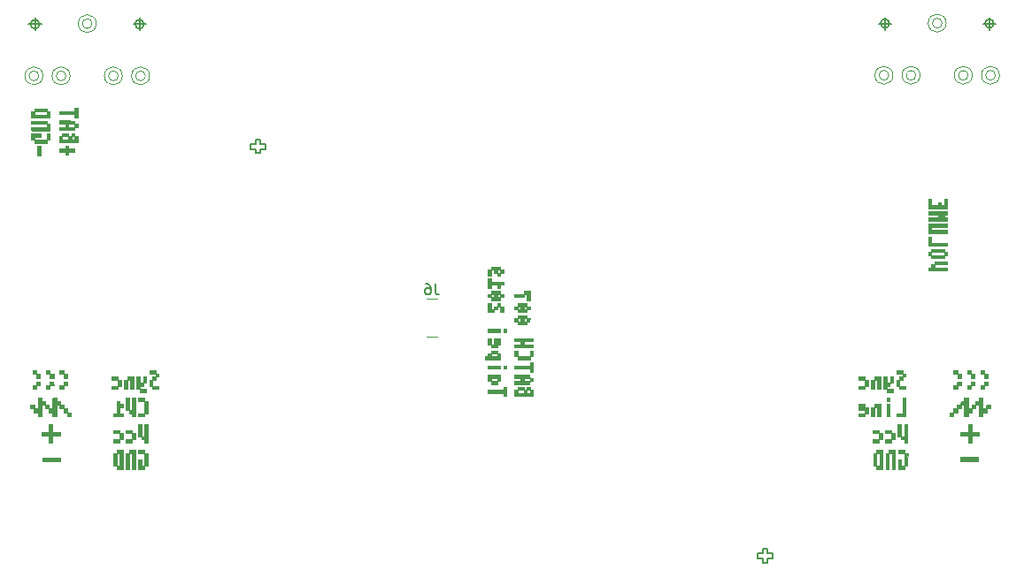
<source format=gbr>
G04 #@! TF.FileFunction,Legend,Bot*
%FSLAX46Y46*%
G04 Gerber Fmt 4.6, Leading zero omitted, Abs format (unit mm)*
G04 Created by KiCad (PCBNEW 4.0.7-e0-6372~58~ubuntu16.04.1) date Wed May  1 15:56:19 2019*
%MOMM*%
%LPD*%
G01*
G04 APERTURE LIST*
%ADD10C,0.100000*%
%ADD11C,0.120000*%
%ADD12C,0.152400*%
%ADD13C,0.127000*%
%ADD14C,0.010000*%
%ADD15C,0.150000*%
G04 APERTURE END LIST*
D10*
D11*
X141860000Y-102730000D02*
X142860000Y-102730000D01*
X142860000Y-99130000D02*
X141860000Y-99130000D01*
D12*
X126428000Y-84750000D02*
X125928000Y-84750000D01*
X125928000Y-84250000D02*
X126428000Y-84250000D01*
X125528000Y-84250000D02*
X125028000Y-84250000D01*
X125028000Y-84250000D02*
X125028000Y-84750000D01*
X125028000Y-84750000D02*
X125528000Y-84750000D01*
X125528000Y-84750000D02*
X125528000Y-85150000D01*
X125528000Y-85150000D02*
X125928000Y-85150000D01*
X125928000Y-85150000D02*
X125928000Y-84750000D01*
X126428000Y-84750000D02*
X126428000Y-84250000D01*
X125928000Y-84250000D02*
X125928000Y-83850000D01*
X125928000Y-83850000D02*
X125528000Y-83850000D01*
X125528000Y-83850000D02*
X125528000Y-84250000D01*
X173532000Y-123476000D02*
X174032000Y-123476000D01*
X174032000Y-123976000D02*
X173532000Y-123976000D01*
X174432000Y-123976000D02*
X174932000Y-123976000D01*
X174932000Y-123976000D02*
X174932000Y-123476000D01*
X174932000Y-123476000D02*
X174432000Y-123476000D01*
X174432000Y-123476000D02*
X174432000Y-123076000D01*
X174432000Y-123076000D02*
X174032000Y-123076000D01*
X174032000Y-123076000D02*
X174032000Y-123476000D01*
X173532000Y-123476000D02*
X173532000Y-123976000D01*
X174032000Y-123976000D02*
X174032000Y-124376000D01*
X174032000Y-124376000D02*
X174432000Y-124376000D01*
X174432000Y-124376000D02*
X174432000Y-123976000D01*
D10*
X109869193Y-72751280D02*
G75*
G03X109869193Y-72751280I-466973J0D01*
G01*
X104771413Y-77750000D02*
G75*
G03X104771413Y-77750000I-466973J0D01*
G01*
X107369833Y-77750000D02*
G75*
G03X107369833Y-77750000I-466973J0D01*
G01*
X112368553Y-77750000D02*
G75*
G03X112368553Y-77750000I-466973J0D01*
G01*
X114966973Y-77750000D02*
G75*
G03X114966973Y-77750000I-466973J0D01*
G01*
X110264325Y-72751280D02*
G75*
G03X110264325Y-72751280I-862105J0D01*
G01*
X105166545Y-77750000D02*
G75*
G03X105166545Y-77750000I-862105J0D01*
G01*
X115362105Y-77750000D02*
G75*
G03X115362105Y-77750000I-862105J0D01*
G01*
X112763685Y-77750000D02*
G75*
G03X112763685Y-77750000I-862105J0D01*
G01*
X107764965Y-77750000D02*
G75*
G03X107764965Y-77750000I-862105J0D01*
G01*
D13*
X104827368Y-72791920D02*
G75*
G03X104827368Y-72791920I-423868J0D01*
G01*
X104403500Y-72192480D02*
X104403500Y-73391360D01*
X105002940Y-72791920D02*
X103804060Y-72791920D01*
X114824808Y-72791920D02*
G75*
G03X114824808Y-72791920I-423868J0D01*
G01*
X114400940Y-72192480D02*
X114400940Y-73391360D01*
X115000380Y-72791920D02*
X113801500Y-72791920D01*
D10*
X191180473Y-72696500D02*
G75*
G03X191180473Y-72696500I-466973J0D01*
G01*
X186082693Y-77695220D02*
G75*
G03X186082693Y-77695220I-466973J0D01*
G01*
X188681113Y-77695220D02*
G75*
G03X188681113Y-77695220I-466973J0D01*
G01*
X193679833Y-77695220D02*
G75*
G03X193679833Y-77695220I-466973J0D01*
G01*
X196278253Y-77695220D02*
G75*
G03X196278253Y-77695220I-466973J0D01*
G01*
X191575605Y-72696500D02*
G75*
G03X191575605Y-72696500I-862105J0D01*
G01*
X186477825Y-77695220D02*
G75*
G03X186477825Y-77695220I-862105J0D01*
G01*
X196673385Y-77695220D02*
G75*
G03X196673385Y-77695220I-862105J0D01*
G01*
X194074965Y-77695220D02*
G75*
G03X194074965Y-77695220I-862105J0D01*
G01*
X189076245Y-77695220D02*
G75*
G03X189076245Y-77695220I-862105J0D01*
G01*
D13*
X186138648Y-72737140D02*
G75*
G03X186138648Y-72737140I-423868J0D01*
G01*
X185714780Y-72137700D02*
X185714780Y-73336580D01*
X186314220Y-72737140D02*
X185115340Y-72737140D01*
X196136088Y-72737140D02*
G75*
G03X196136088Y-72737140I-423868J0D01*
G01*
X195712220Y-72137700D02*
X195712220Y-73336580D01*
X196311660Y-72737140D02*
X195112780Y-72737140D01*
D14*
G36*
X112789000Y-115409333D02*
X112196334Y-115409333D01*
X112196334Y-115113000D01*
X111900000Y-115113000D01*
X111900000Y-113906500D01*
X112196334Y-113906500D01*
X112196334Y-115113000D01*
X112492667Y-115113000D01*
X112492667Y-113906500D01*
X112196334Y-113906500D01*
X112196334Y-113610167D01*
X112789000Y-113610167D01*
X112789000Y-115409333D01*
X112789000Y-115409333D01*
G37*
X112789000Y-115409333D02*
X112196334Y-115409333D01*
X112196334Y-115113000D01*
X111900000Y-115113000D01*
X111900000Y-113906500D01*
X112196334Y-113906500D01*
X112196334Y-115113000D01*
X112492667Y-115113000D01*
X112492667Y-113906500D01*
X112196334Y-113906500D01*
X112196334Y-113610167D01*
X112789000Y-113610167D01*
X112789000Y-115409333D01*
G36*
X113402834Y-113610167D02*
X113995500Y-113610167D01*
X113995500Y-115409333D01*
X113699167Y-115409333D01*
X113699167Y-113906500D01*
X113402834Y-113906500D01*
X113402834Y-113610167D01*
X113402834Y-113610167D01*
G37*
X113402834Y-113610167D02*
X113995500Y-113610167D01*
X113995500Y-115409333D01*
X113699167Y-115409333D01*
X113699167Y-113906500D01*
X113402834Y-113906500D01*
X113402834Y-113610167D01*
G36*
X113402834Y-115409333D02*
X113106500Y-115409333D01*
X113106500Y-113906500D01*
X113402834Y-113906500D01*
X113402834Y-115409333D01*
X113402834Y-115409333D01*
G37*
X113402834Y-115409333D02*
X113106500Y-115409333D01*
X113106500Y-113906500D01*
X113402834Y-113906500D01*
X113402834Y-115409333D01*
G36*
X114592877Y-114800792D02*
X114598750Y-115102417D01*
X114741625Y-115108675D01*
X114884500Y-115114934D01*
X114884500Y-115409333D01*
X114291834Y-115409333D01*
X114291834Y-114499167D01*
X114587005Y-114499167D01*
X114592877Y-114800792D01*
X114592877Y-114800792D01*
G37*
X114592877Y-114800792D02*
X114598750Y-115102417D01*
X114741625Y-115108675D01*
X114884500Y-115114934D01*
X114884500Y-115409333D01*
X114291834Y-115409333D01*
X114291834Y-114499167D01*
X114587005Y-114499167D01*
X114592877Y-114800792D01*
G36*
X115197038Y-114504458D02*
X115191417Y-115102417D01*
X115037959Y-115108635D01*
X114884500Y-115114854D01*
X114884500Y-113906500D01*
X115202659Y-113906500D01*
X115197038Y-114504458D01*
X115197038Y-114504458D01*
G37*
X115197038Y-114504458D02*
X115191417Y-115102417D01*
X115037959Y-115108635D01*
X114884500Y-115114854D01*
X114884500Y-113906500D01*
X115202659Y-113906500D01*
X115197038Y-114504458D01*
G36*
X114884500Y-113906500D02*
X114291834Y-113906500D01*
X114291834Y-113610167D01*
X114884500Y-113610167D01*
X114884500Y-113906500D01*
X114884500Y-113906500D01*
G37*
X114884500Y-113906500D02*
X114291834Y-113906500D01*
X114291834Y-113610167D01*
X114884500Y-113610167D01*
X114884500Y-113906500D01*
G36*
X185475334Y-115409333D02*
X184882667Y-115409333D01*
X184882667Y-115113000D01*
X184586334Y-115113000D01*
X184586334Y-113906500D01*
X184882667Y-113906500D01*
X184882667Y-115113000D01*
X185179000Y-115113000D01*
X185179000Y-113906500D01*
X184882667Y-113906500D01*
X184882667Y-113610167D01*
X185475334Y-113610167D01*
X185475334Y-115409333D01*
X185475334Y-115409333D01*
G37*
X185475334Y-115409333D02*
X184882667Y-115409333D01*
X184882667Y-115113000D01*
X184586334Y-115113000D01*
X184586334Y-113906500D01*
X184882667Y-113906500D01*
X184882667Y-115113000D01*
X185179000Y-115113000D01*
X185179000Y-113906500D01*
X184882667Y-113906500D01*
X184882667Y-113610167D01*
X185475334Y-113610167D01*
X185475334Y-115409333D01*
G36*
X186089167Y-113610167D02*
X186681834Y-113610167D01*
X186681834Y-115409333D01*
X186385500Y-115409333D01*
X186385500Y-113906500D01*
X186089167Y-113906500D01*
X186089167Y-113610167D01*
X186089167Y-113610167D01*
G37*
X186089167Y-113610167D02*
X186681834Y-113610167D01*
X186681834Y-115409333D01*
X186385500Y-115409333D01*
X186385500Y-113906500D01*
X186089167Y-113906500D01*
X186089167Y-113610167D01*
G36*
X186089167Y-115409333D02*
X185792834Y-115409333D01*
X185792834Y-113906500D01*
X186089167Y-113906500D01*
X186089167Y-115409333D01*
X186089167Y-115409333D01*
G37*
X186089167Y-115409333D02*
X185792834Y-115409333D01*
X185792834Y-113906500D01*
X186089167Y-113906500D01*
X186089167Y-115409333D01*
G36*
X187285084Y-115102417D02*
X187427959Y-115108675D01*
X187570834Y-115114934D01*
X187570834Y-115409333D01*
X186978167Y-115409333D01*
X186978167Y-114499167D01*
X187273338Y-114499167D01*
X187285084Y-115102417D01*
X187285084Y-115102417D01*
G37*
X187285084Y-115102417D02*
X187427959Y-115108675D01*
X187570834Y-115114934D01*
X187570834Y-115409333D01*
X186978167Y-115409333D01*
X186978167Y-114499167D01*
X187273338Y-114499167D01*
X187285084Y-115102417D01*
G36*
X187883371Y-114504458D02*
X187877750Y-115102417D01*
X187724292Y-115108635D01*
X187570834Y-115114854D01*
X187570834Y-113906500D01*
X187888993Y-113906500D01*
X187883371Y-114504458D01*
X187883371Y-114504458D01*
G37*
X187883371Y-114504458D02*
X187877750Y-115102417D01*
X187724292Y-115108635D01*
X187570834Y-115114854D01*
X187570834Y-113906500D01*
X187888993Y-113906500D01*
X187883371Y-114504458D01*
G36*
X187570834Y-113906500D02*
X186978167Y-113906500D01*
X186978167Y-113610167D01*
X187570834Y-113610167D01*
X187570834Y-113906500D01*
X187570834Y-113906500D01*
G37*
X187570834Y-113906500D02*
X186978167Y-113906500D01*
X186978167Y-113610167D01*
X187570834Y-113610167D01*
X187570834Y-113906500D01*
G36*
X106851750Y-114657917D02*
X105978051Y-114663443D01*
X105757062Y-114664631D01*
X105574904Y-114665078D01*
X105428076Y-114664691D01*
X105313082Y-114663381D01*
X105226423Y-114661054D01*
X105164600Y-114657619D01*
X105124116Y-114652985D01*
X105101471Y-114647061D01*
X105093349Y-114640296D01*
X105088774Y-114606081D01*
X105086985Y-114542678D01*
X105088315Y-114463165D01*
X105088631Y-114454852D01*
X105094917Y-114298083D01*
X106851750Y-114298083D01*
X106851750Y-114657917D01*
X106851750Y-114657917D01*
G37*
X106851750Y-114657917D02*
X105978051Y-114663443D01*
X105757062Y-114664631D01*
X105574904Y-114665078D01*
X105428076Y-114664691D01*
X105313082Y-114663381D01*
X105226423Y-114661054D01*
X105164600Y-114657619D01*
X105124116Y-114652985D01*
X105101471Y-114647061D01*
X105093349Y-114640296D01*
X105088774Y-114606081D01*
X105086985Y-114542678D01*
X105088315Y-114463165D01*
X105088631Y-114454852D01*
X105094917Y-114298083D01*
X106851750Y-114298083D01*
X106851750Y-114657917D01*
G36*
X194640500Y-114668500D02*
X192883667Y-114668500D01*
X192883667Y-114287500D01*
X194640500Y-114287500D01*
X194640500Y-114668500D01*
X194640500Y-114668500D01*
G37*
X194640500Y-114668500D02*
X192883667Y-114668500D01*
X192883667Y-114287500D01*
X194640500Y-114287500D01*
X194640500Y-114668500D01*
G36*
X106079167Y-111853333D02*
X106798834Y-111853333D01*
X106798834Y-112213167D01*
X106079167Y-112213167D01*
X106079167Y-112932833D01*
X105719334Y-112932833D01*
X105719334Y-112213167D01*
X105020834Y-112213167D01*
X105020834Y-111853333D01*
X105719334Y-111853333D01*
X105719334Y-111133667D01*
X106079167Y-111133667D01*
X106079167Y-111853333D01*
X106079167Y-111853333D01*
G37*
X106079167Y-111853333D02*
X106798834Y-111853333D01*
X106798834Y-112213167D01*
X106079167Y-112213167D01*
X106079167Y-112932833D01*
X105719334Y-112932833D01*
X105719334Y-112213167D01*
X105020834Y-112213167D01*
X105020834Y-111853333D01*
X105719334Y-111853333D01*
X105719334Y-111133667D01*
X106079167Y-111133667D01*
X106079167Y-111853333D01*
G36*
X194026667Y-111853333D02*
X194704000Y-111853333D01*
X194704000Y-112213167D01*
X194026667Y-112213167D01*
X194026667Y-112932833D01*
X193666834Y-112932833D01*
X193666834Y-112213167D01*
X192947167Y-112213167D01*
X192947167Y-111853333D01*
X193666834Y-111853333D01*
X193666834Y-111133667D01*
X194026667Y-111133667D01*
X194026667Y-111853333D01*
X194026667Y-111853333D01*
G37*
X194026667Y-111853333D02*
X194704000Y-111853333D01*
X194704000Y-112213167D01*
X194026667Y-112213167D01*
X194026667Y-112932833D01*
X193666834Y-112932833D01*
X193666834Y-112213167D01*
X192947167Y-112213167D01*
X192947167Y-111853333D01*
X193666834Y-111853333D01*
X193666834Y-111133667D01*
X194026667Y-111133667D01*
X194026667Y-111853333D01*
G36*
X112492667Y-112890500D02*
X111900000Y-112890500D01*
X111900000Y-112594167D01*
X112492667Y-112594167D01*
X112492667Y-112890500D01*
X112492667Y-112890500D01*
G37*
X112492667Y-112890500D02*
X111900000Y-112890500D01*
X111900000Y-112594167D01*
X112492667Y-112594167D01*
X112492667Y-112890500D01*
G36*
X112789000Y-112594167D02*
X112492667Y-112594167D01*
X112492667Y-112001500D01*
X112789000Y-112001500D01*
X112789000Y-112594167D01*
X112789000Y-112594167D01*
G37*
X112789000Y-112594167D02*
X112492667Y-112594167D01*
X112492667Y-112001500D01*
X112789000Y-112001500D01*
X112789000Y-112594167D01*
G36*
X112492667Y-112001500D02*
X111900000Y-112001500D01*
X111900000Y-111705167D01*
X112492667Y-111705167D01*
X112492667Y-112001500D01*
X112492667Y-112001500D01*
G37*
X112492667Y-112001500D02*
X111900000Y-112001500D01*
X111900000Y-111705167D01*
X112492667Y-111705167D01*
X112492667Y-112001500D01*
G36*
X113699167Y-112890500D02*
X113106500Y-112890500D01*
X113106500Y-112594167D01*
X113699167Y-112594167D01*
X113699167Y-112890500D01*
X113699167Y-112890500D01*
G37*
X113699167Y-112890500D02*
X113106500Y-112890500D01*
X113106500Y-112594167D01*
X113699167Y-112594167D01*
X113699167Y-112890500D01*
G36*
X113995500Y-112594167D02*
X113699167Y-112594167D01*
X113699167Y-112001500D01*
X113995500Y-112001500D01*
X113995500Y-112594167D01*
X113995500Y-112594167D01*
G37*
X113995500Y-112594167D02*
X113699167Y-112594167D01*
X113699167Y-112001500D01*
X113995500Y-112001500D01*
X113995500Y-112594167D01*
G36*
X113699167Y-112001500D02*
X113106500Y-112001500D01*
X113106500Y-111705167D01*
X113699167Y-111705167D01*
X113699167Y-112001500D01*
X113699167Y-112001500D01*
G37*
X113699167Y-112001500D02*
X113106500Y-112001500D01*
X113106500Y-111705167D01*
X113699167Y-111705167D01*
X113699167Y-112001500D01*
G36*
X115196938Y-111996208D02*
X115202460Y-112890500D01*
X114884500Y-112890500D01*
X114884500Y-112594167D01*
X114588167Y-112594167D01*
X114588167Y-112297833D01*
X114883841Y-112297833D01*
X114889462Y-111699875D01*
X114895084Y-111101917D01*
X115191417Y-111101917D01*
X115196938Y-111996208D01*
X115196938Y-111996208D01*
G37*
X115196938Y-111996208D02*
X115202460Y-112890500D01*
X114884500Y-112890500D01*
X114884500Y-112594167D01*
X114588167Y-112594167D01*
X114588167Y-112297833D01*
X114883841Y-112297833D01*
X114889462Y-111699875D01*
X114895084Y-111101917D01*
X115191417Y-111101917D01*
X115196938Y-111996208D01*
G36*
X114588167Y-112297833D02*
X114291834Y-112297833D01*
X114291834Y-111091333D01*
X114588167Y-111091333D01*
X114588167Y-112297833D01*
X114588167Y-112297833D01*
G37*
X114588167Y-112297833D02*
X114291834Y-112297833D01*
X114291834Y-111091333D01*
X114588167Y-111091333D01*
X114588167Y-112297833D01*
G36*
X185157834Y-112890500D02*
X184544000Y-112890500D01*
X184544000Y-112594167D01*
X185157834Y-112594167D01*
X185157834Y-112890500D01*
X185157834Y-112890500D01*
G37*
X185157834Y-112890500D02*
X184544000Y-112890500D01*
X184544000Y-112594167D01*
X185157834Y-112594167D01*
X185157834Y-112890500D01*
G36*
X185454167Y-112594167D02*
X185157834Y-112594167D01*
X185157834Y-112001500D01*
X185454167Y-112001500D01*
X185454167Y-112594167D01*
X185454167Y-112594167D01*
G37*
X185454167Y-112594167D02*
X185157834Y-112594167D01*
X185157834Y-112001500D01*
X185454167Y-112001500D01*
X185454167Y-112594167D01*
G36*
X185157834Y-112001500D02*
X184544000Y-112001500D01*
X184544000Y-111705167D01*
X185157834Y-111705167D01*
X185157834Y-112001500D01*
X185157834Y-112001500D01*
G37*
X185157834Y-112001500D02*
X184544000Y-112001500D01*
X184544000Y-111705167D01*
X185157834Y-111705167D01*
X185157834Y-112001500D01*
G36*
X186343167Y-112890500D02*
X185750500Y-112890500D01*
X185750500Y-112594167D01*
X186343167Y-112594167D01*
X186343167Y-112890500D01*
X186343167Y-112890500D01*
G37*
X186343167Y-112890500D02*
X185750500Y-112890500D01*
X185750500Y-112594167D01*
X186343167Y-112594167D01*
X186343167Y-112890500D01*
G36*
X186639500Y-112594167D02*
X186343167Y-112594167D01*
X186343167Y-112001500D01*
X186639500Y-112001500D01*
X186639500Y-112594167D01*
X186639500Y-112594167D01*
G37*
X186639500Y-112594167D02*
X186343167Y-112594167D01*
X186343167Y-112001500D01*
X186639500Y-112001500D01*
X186639500Y-112594167D01*
G36*
X186343167Y-112001500D02*
X185750500Y-112001500D01*
X185750500Y-111705167D01*
X186343167Y-111705167D01*
X186343167Y-112001500D01*
X186343167Y-112001500D01*
G37*
X186343167Y-112001500D02*
X185750500Y-112001500D01*
X185750500Y-111705167D01*
X186343167Y-111705167D01*
X186343167Y-112001500D01*
G36*
X187846000Y-112890500D02*
X187549667Y-112890500D01*
X187549667Y-112594167D01*
X187253334Y-112594167D01*
X187253334Y-112297833D01*
X186935174Y-112297833D01*
X186940796Y-111699875D01*
X186946417Y-111101917D01*
X187242750Y-111101917D01*
X187248371Y-111699875D01*
X187253993Y-112297833D01*
X187549667Y-112297833D01*
X187549667Y-111091333D01*
X187846000Y-111091333D01*
X187846000Y-112890500D01*
X187846000Y-112890500D01*
G37*
X187846000Y-112890500D02*
X187549667Y-112890500D01*
X187549667Y-112594167D01*
X187253334Y-112594167D01*
X187253334Y-112297833D01*
X186935174Y-112297833D01*
X186940796Y-111699875D01*
X186946417Y-111101917D01*
X187242750Y-111101917D01*
X187248371Y-111699875D01*
X187253993Y-112297833D01*
X187549667Y-112297833D01*
X187549667Y-111091333D01*
X187846000Y-111091333D01*
X187846000Y-112890500D01*
G36*
X112492667Y-109186333D02*
X112789000Y-109186333D01*
X112789000Y-109482667D01*
X112492667Y-109482667D01*
X112492667Y-110075333D01*
X112789000Y-110075333D01*
X112789000Y-110392833D01*
X111900000Y-110392833D01*
X111900000Y-110075333D01*
X112196334Y-110075333D01*
X112196334Y-108890000D01*
X112492667Y-108890000D01*
X112492667Y-109186333D01*
X112492667Y-109186333D01*
G37*
X112492667Y-109186333D02*
X112789000Y-109186333D01*
X112789000Y-109482667D01*
X112492667Y-109482667D01*
X112492667Y-110075333D01*
X112789000Y-110075333D01*
X112789000Y-110392833D01*
X111900000Y-110392833D01*
X111900000Y-110075333D01*
X112196334Y-110075333D01*
X112196334Y-108890000D01*
X112492667Y-108890000D01*
X112492667Y-109186333D01*
G36*
X113995500Y-110392833D02*
X113699167Y-110392833D01*
X113699167Y-110075333D01*
X113402834Y-110075333D01*
X113402834Y-109779000D01*
X113699167Y-109779000D01*
X113699167Y-108593667D01*
X113995500Y-108593667D01*
X113995500Y-110392833D01*
X113995500Y-110392833D01*
G37*
X113995500Y-110392833D02*
X113699167Y-110392833D01*
X113699167Y-110075333D01*
X113402834Y-110075333D01*
X113402834Y-109779000D01*
X113699167Y-109779000D01*
X113699167Y-108593667D01*
X113995500Y-108593667D01*
X113995500Y-110392833D01*
G36*
X113402834Y-109779000D02*
X113106500Y-109779000D01*
X113106500Y-108593667D01*
X113402834Y-108593667D01*
X113402834Y-109779000D01*
X113402834Y-109779000D01*
G37*
X113402834Y-109779000D02*
X113106500Y-109779000D01*
X113106500Y-108593667D01*
X113402834Y-108593667D01*
X113402834Y-109779000D01*
G36*
X115202000Y-110075333D02*
X114884500Y-110075333D01*
X114884500Y-110392833D01*
X114598086Y-110392833D01*
X114476355Y-110391862D01*
X114391284Y-110388585D01*
X114337234Y-110382455D01*
X114308567Y-110372927D01*
X114300609Y-110364005D01*
X114295637Y-110328183D01*
X114294308Y-110265645D01*
X114295982Y-110210546D01*
X114302417Y-110085917D01*
X114593459Y-110080028D01*
X114884500Y-110074139D01*
X114884500Y-108890000D01*
X115202000Y-108890000D01*
X115202000Y-110075333D01*
X115202000Y-110075333D01*
G37*
X115202000Y-110075333D02*
X114884500Y-110075333D01*
X114884500Y-110392833D01*
X114598086Y-110392833D01*
X114476355Y-110391862D01*
X114391284Y-110388585D01*
X114337234Y-110382455D01*
X114308567Y-110372927D01*
X114300609Y-110364005D01*
X114295637Y-110328183D01*
X114294308Y-110265645D01*
X114295982Y-110210546D01*
X114302417Y-110085917D01*
X114593459Y-110080028D01*
X114884500Y-110074139D01*
X114884500Y-108890000D01*
X115202000Y-108890000D01*
X115202000Y-110075333D01*
G36*
X114884500Y-108890000D02*
X114291834Y-108890000D01*
X114291834Y-108593667D01*
X114884500Y-108593667D01*
X114884500Y-108890000D01*
X114884500Y-108890000D01*
G37*
X114884500Y-108890000D02*
X114291834Y-108890000D01*
X114291834Y-108593667D01*
X114884500Y-108593667D01*
X114884500Y-108890000D01*
G36*
X183782000Y-110392833D02*
X183189334Y-110392833D01*
X183189334Y-110075333D01*
X183782000Y-110075333D01*
X183782000Y-110392833D01*
X183782000Y-110392833D01*
G37*
X183782000Y-110392833D02*
X183189334Y-110392833D01*
X183189334Y-110075333D01*
X183782000Y-110075333D01*
X183782000Y-110392833D01*
G36*
X183782000Y-109482667D02*
X184078334Y-109482667D01*
X184078334Y-110075333D01*
X183782000Y-110075333D01*
X183782000Y-109779000D01*
X183189334Y-109779000D01*
X183189334Y-109186333D01*
X183782000Y-109186333D01*
X183782000Y-109482667D01*
X183782000Y-109482667D01*
G37*
X183782000Y-109482667D02*
X184078334Y-109482667D01*
X184078334Y-110075333D01*
X183782000Y-110075333D01*
X183782000Y-109779000D01*
X183189334Y-109779000D01*
X183189334Y-109186333D01*
X183782000Y-109186333D01*
X183782000Y-109482667D01*
G36*
X184671000Y-109186333D02*
X185285493Y-109186333D01*
X185279871Y-109784292D01*
X185274250Y-110382250D01*
X185131375Y-110388509D01*
X184988500Y-110394767D01*
X184988500Y-109482667D01*
X184671000Y-109482667D01*
X184671000Y-109186333D01*
X184671000Y-109186333D01*
G37*
X184671000Y-109186333D02*
X185285493Y-109186333D01*
X185279871Y-109784292D01*
X185274250Y-110382250D01*
X185131375Y-110388509D01*
X184988500Y-110394767D01*
X184988500Y-109482667D01*
X184671000Y-109482667D01*
X184671000Y-109186333D01*
G36*
X184671000Y-110392833D02*
X184536945Y-110392833D01*
X184465092Y-110390757D01*
X184411197Y-110385347D01*
X184388778Y-110378722D01*
X184384557Y-110354229D01*
X184380840Y-110293880D01*
X184377828Y-110204151D01*
X184375721Y-110091517D01*
X184374721Y-109962455D01*
X184374667Y-109923639D01*
X184374667Y-109482667D01*
X184671000Y-109482667D01*
X184671000Y-110392833D01*
X184671000Y-110392833D01*
G37*
X184671000Y-110392833D02*
X184536945Y-110392833D01*
X184465092Y-110390757D01*
X184411197Y-110385347D01*
X184388778Y-110378722D01*
X184384557Y-110354229D01*
X184380840Y-110293880D01*
X184377828Y-110204151D01*
X184375721Y-110091517D01*
X184374721Y-109962455D01*
X184374667Y-109923639D01*
X184374667Y-109482667D01*
X184671000Y-109482667D01*
X184671000Y-110392833D01*
G36*
X186173834Y-110392833D02*
X185877500Y-110392833D01*
X185877500Y-109186333D01*
X186173834Y-109186333D01*
X186173834Y-110392833D01*
X186173834Y-110392833D01*
G37*
X186173834Y-110392833D02*
X185877500Y-110392833D01*
X185877500Y-109186333D01*
X186173834Y-109186333D01*
X186173834Y-110392833D01*
G36*
X187676667Y-110392833D02*
X186787667Y-110392833D01*
X186787667Y-110075333D01*
X187380334Y-110075333D01*
X187380334Y-108593667D01*
X187676667Y-108593667D01*
X187676667Y-110392833D01*
X187676667Y-110392833D01*
G37*
X187676667Y-110392833D02*
X186787667Y-110392833D01*
X186787667Y-110075333D01*
X187380334Y-110075333D01*
X187380334Y-108593667D01*
X187676667Y-108593667D01*
X187676667Y-110392833D01*
G36*
X105042000Y-108911167D02*
X105359500Y-108911167D01*
X105359456Y-109085792D01*
X105359411Y-109260417D01*
X105498694Y-109253245D01*
X105579539Y-109251410D01*
X105649990Y-109253834D01*
X105689238Y-109258940D01*
X105714854Y-109267935D01*
X105730117Y-109285268D01*
X105737696Y-109320320D01*
X105740259Y-109382468D01*
X105740500Y-109439125D01*
X105740500Y-109606443D01*
X105909883Y-109613346D01*
X106079266Y-109620250D01*
X106079302Y-109355667D01*
X106080598Y-109219463D01*
X106084061Y-109063666D01*
X106089108Y-108910924D01*
X106093102Y-108821208D01*
X106106866Y-108551333D01*
X106460167Y-108551333D01*
X106460167Y-108911167D01*
X106777667Y-108911167D01*
X106777667Y-109271000D01*
X107114621Y-109271000D01*
X107126917Y-109620250D01*
X107301542Y-109626398D01*
X107476167Y-109632545D01*
X107476167Y-109990667D01*
X107814834Y-109990667D01*
X107814834Y-110350500D01*
X107455000Y-110350500D01*
X107455000Y-109990667D01*
X107116334Y-109990667D01*
X107116334Y-109632545D01*
X106941709Y-109626398D01*
X106767084Y-109620250D01*
X106754788Y-109271000D01*
X106439000Y-109271000D01*
X106439000Y-110350500D01*
X106036834Y-110350500D01*
X106036834Y-109990667D01*
X105698167Y-109990667D01*
X105698167Y-109632545D01*
X105523542Y-109626398D01*
X105348917Y-109620250D01*
X105336621Y-109271000D01*
X105020834Y-109271000D01*
X105020834Y-110350500D01*
X104855028Y-110350500D01*
X104774942Y-110348812D01*
X104712074Y-110344339D01*
X104677727Y-110337967D01*
X104675111Y-110336389D01*
X104668423Y-110309869D01*
X104663449Y-110252362D01*
X104661082Y-110175206D01*
X104661000Y-110157328D01*
X104661000Y-109992379D01*
X104311750Y-109980083D01*
X104305602Y-109805458D01*
X104299455Y-109630833D01*
X103962500Y-109630833D01*
X103962500Y-109271000D01*
X104322334Y-109271000D01*
X104322334Y-109630833D01*
X104661000Y-109630833D01*
X104661086Y-109360958D01*
X104662409Y-109222109D01*
X104665907Y-109064084D01*
X104670986Y-108909947D01*
X104674936Y-108821208D01*
X104688700Y-108551333D01*
X105042000Y-108551333D01*
X105042000Y-108911167D01*
X105042000Y-108911167D01*
G37*
X105042000Y-108911167D02*
X105359500Y-108911167D01*
X105359456Y-109085792D01*
X105359411Y-109260417D01*
X105498694Y-109253245D01*
X105579539Y-109251410D01*
X105649990Y-109253834D01*
X105689238Y-109258940D01*
X105714854Y-109267935D01*
X105730117Y-109285268D01*
X105737696Y-109320320D01*
X105740259Y-109382468D01*
X105740500Y-109439125D01*
X105740500Y-109606443D01*
X105909883Y-109613346D01*
X106079266Y-109620250D01*
X106079302Y-109355667D01*
X106080598Y-109219463D01*
X106084061Y-109063666D01*
X106089108Y-108910924D01*
X106093102Y-108821208D01*
X106106866Y-108551333D01*
X106460167Y-108551333D01*
X106460167Y-108911167D01*
X106777667Y-108911167D01*
X106777667Y-109271000D01*
X107114621Y-109271000D01*
X107126917Y-109620250D01*
X107301542Y-109626398D01*
X107476167Y-109632545D01*
X107476167Y-109990667D01*
X107814834Y-109990667D01*
X107814834Y-110350500D01*
X107455000Y-110350500D01*
X107455000Y-109990667D01*
X107116334Y-109990667D01*
X107116334Y-109632545D01*
X106941709Y-109626398D01*
X106767084Y-109620250D01*
X106754788Y-109271000D01*
X106439000Y-109271000D01*
X106439000Y-110350500D01*
X106036834Y-110350500D01*
X106036834Y-109990667D01*
X105698167Y-109990667D01*
X105698167Y-109632545D01*
X105523542Y-109626398D01*
X105348917Y-109620250D01*
X105336621Y-109271000D01*
X105020834Y-109271000D01*
X105020834Y-110350500D01*
X104855028Y-110350500D01*
X104774942Y-110348812D01*
X104712074Y-110344339D01*
X104677727Y-110337967D01*
X104675111Y-110336389D01*
X104668423Y-110309869D01*
X104663449Y-110252362D01*
X104661082Y-110175206D01*
X104661000Y-110157328D01*
X104661000Y-109992379D01*
X104311750Y-109980083D01*
X104305602Y-109805458D01*
X104299455Y-109630833D01*
X103962500Y-109630833D01*
X103962500Y-109271000D01*
X104322334Y-109271000D01*
X104322334Y-109630833D01*
X104661000Y-109630833D01*
X104661086Y-109360958D01*
X104662409Y-109222109D01*
X104665907Y-109064084D01*
X104670986Y-108909947D01*
X104674936Y-108821208D01*
X104688700Y-108551333D01*
X105042000Y-108551333D01*
X105042000Y-108911167D01*
G36*
X192269834Y-110350500D02*
X192104028Y-110350500D01*
X192023942Y-110348812D01*
X191961074Y-110344339D01*
X191926727Y-110337967D01*
X191924111Y-110336389D01*
X191917439Y-110309882D01*
X191912469Y-110252352D01*
X191910088Y-110175103D01*
X191910000Y-110156472D01*
X191910000Y-109990667D01*
X192269834Y-109990667D01*
X192269834Y-110350500D01*
X192269834Y-110350500D01*
G37*
X192269834Y-110350500D02*
X192104028Y-110350500D01*
X192023942Y-110348812D01*
X191961074Y-110344339D01*
X191926727Y-110337967D01*
X191924111Y-110336389D01*
X191917439Y-110309882D01*
X191912469Y-110252352D01*
X191910088Y-110175103D01*
X191910000Y-110156472D01*
X191910000Y-109990667D01*
X192269834Y-109990667D01*
X192269834Y-110350500D01*
G36*
X193645667Y-109093348D02*
X193645887Y-109259440D01*
X193646739Y-109387780D01*
X193648515Y-109482950D01*
X193651503Y-109549530D01*
X193655993Y-109592101D01*
X193662275Y-109615243D01*
X193670640Y-109623538D01*
X193679148Y-109622514D01*
X193716524Y-109615983D01*
X193781850Y-109611357D01*
X193858209Y-109609667D01*
X194003788Y-109609667D01*
X194016084Y-109260417D01*
X194386500Y-109248185D01*
X194386500Y-108911167D01*
X194704000Y-108911167D01*
X194704000Y-108551333D01*
X195063834Y-108551333D01*
X195063834Y-109632545D01*
X195238459Y-109626398D01*
X195413084Y-109620250D01*
X195419231Y-109445625D01*
X195425379Y-109271000D01*
X195783500Y-109271000D01*
X195783500Y-109630833D01*
X195423667Y-109630833D01*
X195423667Y-109990667D01*
X195063834Y-109990667D01*
X195063834Y-110350500D01*
X194704000Y-110350500D01*
X194704000Y-109271000D01*
X194386500Y-109271000D01*
X194386500Y-109630833D01*
X194047834Y-109630833D01*
X194047834Y-109990667D01*
X193688000Y-109990667D01*
X193688000Y-110350500D01*
X193285834Y-110350500D01*
X193285834Y-109271000D01*
X192968334Y-109271000D01*
X192968334Y-109630833D01*
X192629667Y-109630833D01*
X192629667Y-109990667D01*
X192269834Y-109990667D01*
X192269834Y-109630833D01*
X192608500Y-109630833D01*
X192608500Y-109272712D01*
X192783125Y-109266564D01*
X192957750Y-109260417D01*
X192970046Y-108911167D01*
X193285834Y-108911167D01*
X193285834Y-108551333D01*
X193645667Y-108551333D01*
X193645667Y-109093348D01*
X193645667Y-109093348D01*
G37*
X193645667Y-109093348D02*
X193645887Y-109259440D01*
X193646739Y-109387780D01*
X193648515Y-109482950D01*
X193651503Y-109549530D01*
X193655993Y-109592101D01*
X193662275Y-109615243D01*
X193670640Y-109623538D01*
X193679148Y-109622514D01*
X193716524Y-109615983D01*
X193781850Y-109611357D01*
X193858209Y-109609667D01*
X194003788Y-109609667D01*
X194016084Y-109260417D01*
X194386500Y-109248185D01*
X194386500Y-108911167D01*
X194704000Y-108911167D01*
X194704000Y-108551333D01*
X195063834Y-108551333D01*
X195063834Y-109632545D01*
X195238459Y-109626398D01*
X195413084Y-109620250D01*
X195419231Y-109445625D01*
X195425379Y-109271000D01*
X195783500Y-109271000D01*
X195783500Y-109630833D01*
X195423667Y-109630833D01*
X195423667Y-109990667D01*
X195063834Y-109990667D01*
X195063834Y-110350500D01*
X194704000Y-110350500D01*
X194704000Y-109271000D01*
X194386500Y-109271000D01*
X194386500Y-109630833D01*
X194047834Y-109630833D01*
X194047834Y-109990667D01*
X193688000Y-109990667D01*
X193688000Y-110350500D01*
X193285834Y-110350500D01*
X193285834Y-109271000D01*
X192968334Y-109271000D01*
X192968334Y-109630833D01*
X192629667Y-109630833D01*
X192629667Y-109990667D01*
X192269834Y-109990667D01*
X192269834Y-109630833D01*
X192608500Y-109630833D01*
X192608500Y-109272712D01*
X192783125Y-109266564D01*
X192957750Y-109260417D01*
X192970046Y-108911167D01*
X193285834Y-108911167D01*
X193285834Y-108551333D01*
X193645667Y-108551333D01*
X193645667Y-109093348D01*
G36*
X186173834Y-108890000D02*
X185877500Y-108890000D01*
X185877500Y-108593667D01*
X186173834Y-108593667D01*
X186173834Y-108890000D01*
X186173834Y-108890000D01*
G37*
X186173834Y-108890000D02*
X185877500Y-108890000D01*
X185877500Y-108593667D01*
X186173834Y-108593667D01*
X186173834Y-108890000D01*
G36*
X149492000Y-108445500D02*
X149195667Y-108445500D01*
X149195667Y-108149167D01*
X147735167Y-108149167D01*
X147735167Y-107852833D01*
X149195667Y-107852833D01*
X149195667Y-107577667D01*
X149492000Y-107577667D01*
X149492000Y-108445500D01*
X149492000Y-108445500D01*
G37*
X149492000Y-108445500D02*
X149195667Y-108445500D01*
X149195667Y-108149167D01*
X147735167Y-108149167D01*
X147735167Y-107852833D01*
X149195667Y-107852833D01*
X149195667Y-107577667D01*
X149492000Y-107577667D01*
X149492000Y-108445500D01*
G36*
X152010834Y-107852833D02*
X152010834Y-108445500D01*
X150275167Y-108445500D01*
X150275167Y-107852833D01*
X150550334Y-107852833D01*
X150550334Y-108149167D01*
X151143000Y-108149167D01*
X151143000Y-107852833D01*
X150550334Y-107852833D01*
X150550334Y-107577667D01*
X151143000Y-107577667D01*
X151143000Y-107852833D01*
X151439334Y-107852833D01*
X151439334Y-108149167D01*
X151735667Y-108149167D01*
X151735667Y-107852833D01*
X151439334Y-107852833D01*
X151439334Y-107577667D01*
X151735667Y-107577667D01*
X151735667Y-107852833D01*
X152010834Y-107852833D01*
X152010834Y-107852833D01*
G37*
X152010834Y-107852833D02*
X152010834Y-108445500D01*
X150275167Y-108445500D01*
X150275167Y-107852833D01*
X150550334Y-107852833D01*
X150550334Y-108149167D01*
X151143000Y-108149167D01*
X151143000Y-107852833D01*
X150550334Y-107852833D01*
X150550334Y-107577667D01*
X151143000Y-107577667D01*
X151143000Y-107852833D01*
X151439334Y-107852833D01*
X151439334Y-108149167D01*
X151735667Y-108149167D01*
X151735667Y-107852833D01*
X151439334Y-107852833D01*
X151439334Y-107577667D01*
X151735667Y-107577667D01*
X151735667Y-107852833D01*
X152010834Y-107852833D01*
G36*
X115027956Y-106863292D02*
X115022084Y-107164917D01*
X114879209Y-107171175D01*
X114736334Y-107177434D01*
X114736334Y-107471833D01*
X114440000Y-107471833D01*
X114440000Y-107768167D01*
X115032667Y-107768167D01*
X115032667Y-108064500D01*
X114440000Y-108064500D01*
X114440000Y-107770021D01*
X114133084Y-107757583D01*
X114133084Y-106572250D01*
X114429417Y-106572250D01*
X114435290Y-106873875D01*
X114441162Y-107175500D01*
X114736334Y-107175500D01*
X114736334Y-106561667D01*
X115033829Y-106561667D01*
X115027956Y-106863292D01*
X115027956Y-106863292D01*
G37*
X115027956Y-106863292D02*
X115022084Y-107164917D01*
X114879209Y-107171175D01*
X114736334Y-107177434D01*
X114736334Y-107471833D01*
X114440000Y-107471833D01*
X114440000Y-107768167D01*
X115032667Y-107768167D01*
X115032667Y-108064500D01*
X114440000Y-108064500D01*
X114440000Y-107770021D01*
X114133084Y-107757583D01*
X114133084Y-106572250D01*
X114429417Y-106572250D01*
X114435290Y-106873875D01*
X114441162Y-107175500D01*
X114736334Y-107175500D01*
X114736334Y-106561667D01*
X115033829Y-106561667D01*
X115027956Y-106863292D01*
G36*
X186480750Y-107164917D02*
X186338821Y-107171154D01*
X186196891Y-107177391D01*
X186190654Y-107319320D01*
X186184417Y-107461250D01*
X186041542Y-107467509D01*
X185898667Y-107473767D01*
X185898667Y-107768167D01*
X186491334Y-107768167D01*
X186491334Y-108064500D01*
X185898667Y-108064500D01*
X185898667Y-107770021D01*
X185745209Y-107763802D01*
X185591750Y-107757583D01*
X185591750Y-106572250D01*
X185888084Y-106572250D01*
X185893956Y-106873875D01*
X185899829Y-107175500D01*
X186195000Y-107175500D01*
X186195000Y-106561667D01*
X186492496Y-106561667D01*
X186480750Y-107164917D01*
X186480750Y-107164917D01*
G37*
X186480750Y-107164917D02*
X186338821Y-107171154D01*
X186196891Y-107177391D01*
X186190654Y-107319320D01*
X186184417Y-107461250D01*
X186041542Y-107467509D01*
X185898667Y-107473767D01*
X185898667Y-107768167D01*
X186491334Y-107768167D01*
X186491334Y-108064500D01*
X185898667Y-108064500D01*
X185898667Y-107770021D01*
X185745209Y-107763802D01*
X185591750Y-107757583D01*
X185591750Y-106572250D01*
X185888084Y-106572250D01*
X185893956Y-106873875D01*
X185899829Y-107175500D01*
X186195000Y-107175500D01*
X186195000Y-106561667D01*
X186492496Y-106561667D01*
X186480750Y-107164917D01*
G36*
X104872667Y-107408333D02*
X104534000Y-107408333D01*
X104534000Y-107768167D01*
X104174167Y-107768167D01*
X104174167Y-107408333D01*
X104512834Y-107408333D01*
X104512834Y-107048500D01*
X104872667Y-107048500D01*
X104872667Y-107408333D01*
X104872667Y-107408333D01*
G37*
X104872667Y-107408333D02*
X104534000Y-107408333D01*
X104534000Y-107768167D01*
X104174167Y-107768167D01*
X104174167Y-107408333D01*
X104512834Y-107408333D01*
X104512834Y-107048500D01*
X104872667Y-107048500D01*
X104872667Y-107408333D01*
G36*
X106180533Y-107223125D02*
X106186648Y-107408333D01*
X105825167Y-107408333D01*
X105825167Y-107768167D01*
X105465334Y-107768167D01*
X105465334Y-107387167D01*
X105802288Y-107387167D01*
X105814584Y-107037917D01*
X106174417Y-107037917D01*
X106180533Y-107223125D01*
X106180533Y-107223125D01*
G37*
X106180533Y-107223125D02*
X106186648Y-107408333D01*
X105825167Y-107408333D01*
X105825167Y-107768167D01*
X105465334Y-107768167D01*
X105465334Y-107387167D01*
X105802288Y-107387167D01*
X105814584Y-107037917D01*
X106174417Y-107037917D01*
X106180533Y-107223125D01*
G36*
X107116334Y-107768167D02*
X106756500Y-107768167D01*
X106756500Y-107408333D01*
X107116334Y-107408333D01*
X107116334Y-107768167D01*
X107116334Y-107768167D01*
G37*
X107116334Y-107768167D02*
X106756500Y-107768167D01*
X106756500Y-107408333D01*
X107116334Y-107408333D01*
X107116334Y-107768167D01*
G36*
X107476167Y-107408333D02*
X107116334Y-107408333D01*
X107116334Y-107048500D01*
X107476167Y-107048500D01*
X107476167Y-107408333D01*
X107476167Y-107408333D01*
G37*
X107476167Y-107408333D02*
X107116334Y-107408333D01*
X107116334Y-107048500D01*
X107476167Y-107048500D01*
X107476167Y-107408333D01*
G36*
X112333917Y-106572250D02*
X112340154Y-106714179D01*
X112346391Y-106856109D01*
X112488321Y-106862346D01*
X112630250Y-106868583D01*
X112641996Y-107471833D01*
X112346434Y-107471833D01*
X112340176Y-107614708D01*
X112333917Y-107757583D01*
X111730667Y-107769329D01*
X111730667Y-107471833D01*
X112344500Y-107471833D01*
X112344500Y-106858000D01*
X111730667Y-106858000D01*
X111730667Y-106560504D01*
X112333917Y-106572250D01*
X112333917Y-106572250D01*
G37*
X112333917Y-106572250D02*
X112340154Y-106714179D01*
X112346391Y-106856109D01*
X112488321Y-106862346D01*
X112630250Y-106868583D01*
X112641996Y-107471833D01*
X112346434Y-107471833D01*
X112340176Y-107614708D01*
X112333917Y-107757583D01*
X111730667Y-107769329D01*
X111730667Y-107471833D01*
X112344500Y-107471833D01*
X112344500Y-106858000D01*
X111730667Y-106858000D01*
X111730667Y-106560504D01*
X112333917Y-106572250D01*
G36*
X113233500Y-106561667D02*
X113826167Y-106561667D01*
X113826167Y-107768167D01*
X113529834Y-107768167D01*
X113529834Y-106858000D01*
X113233500Y-106858000D01*
X113233500Y-106561667D01*
X113233500Y-106561667D01*
G37*
X113233500Y-106561667D02*
X113826167Y-106561667D01*
X113826167Y-107768167D01*
X113529834Y-107768167D01*
X113529834Y-106858000D01*
X113233500Y-106858000D01*
X113233500Y-106561667D01*
G36*
X113233500Y-107768167D02*
X112937167Y-107768167D01*
X112937167Y-106858000D01*
X113233500Y-106858000D01*
X113233500Y-107768167D01*
X113233500Y-107768167D01*
G37*
X113233500Y-107768167D02*
X112937167Y-107768167D01*
X112937167Y-106858000D01*
X113233500Y-106858000D01*
X113233500Y-107768167D01*
G36*
X116218000Y-107768167D02*
X115625334Y-107768167D01*
X115625334Y-107471833D01*
X116218000Y-107471833D01*
X116218000Y-107768167D01*
X116218000Y-107768167D01*
G37*
X116218000Y-107768167D02*
X115625334Y-107768167D01*
X115625334Y-107471833D01*
X116218000Y-107471833D01*
X116218000Y-107768167D01*
G36*
X115625334Y-107471833D02*
X115329000Y-107471833D01*
X115329000Y-106858000D01*
X115625334Y-106858000D01*
X115625334Y-107471833D01*
X115625334Y-107471833D01*
G37*
X115625334Y-107471833D02*
X115329000Y-107471833D01*
X115329000Y-106858000D01*
X115625334Y-106858000D01*
X115625334Y-107471833D01*
G36*
X115921667Y-106858000D02*
X115625334Y-106858000D01*
X115625334Y-106561667D01*
X115921667Y-106561667D01*
X115921667Y-106858000D01*
X115921667Y-106858000D01*
G37*
X115921667Y-106858000D02*
X115625334Y-106858000D01*
X115625334Y-106561667D01*
X115921667Y-106561667D01*
X115921667Y-106858000D01*
G36*
X116218000Y-106561667D02*
X115921667Y-106561667D01*
X115921667Y-106265333D01*
X116218000Y-106265333D01*
X116218000Y-106561667D01*
X116218000Y-106561667D01*
G37*
X116218000Y-106561667D02*
X115921667Y-106561667D01*
X115921667Y-106265333D01*
X116218000Y-106265333D01*
X116218000Y-106561667D01*
G36*
X115921667Y-106265333D02*
X115329000Y-106265333D01*
X115329000Y-105969000D01*
X115921667Y-105969000D01*
X115921667Y-106265333D01*
X115921667Y-106265333D01*
G37*
X115921667Y-106265333D02*
X115329000Y-106265333D01*
X115329000Y-105969000D01*
X115921667Y-105969000D01*
X115921667Y-106265333D01*
G36*
X183792584Y-106572250D02*
X183798821Y-106714179D01*
X183805058Y-106856109D01*
X183946987Y-106862346D01*
X184088917Y-106868583D01*
X184088917Y-107461250D01*
X183946987Y-107467487D01*
X183805058Y-107473724D01*
X183798821Y-107615654D01*
X183792584Y-107757583D01*
X183189334Y-107769329D01*
X183189334Y-107471833D01*
X183803167Y-107471833D01*
X183803167Y-106858000D01*
X183189334Y-106858000D01*
X183189334Y-106560504D01*
X183792584Y-106572250D01*
X183792584Y-106572250D01*
G37*
X183792584Y-106572250D02*
X183798821Y-106714179D01*
X183805058Y-106856109D01*
X183946987Y-106862346D01*
X184088917Y-106868583D01*
X184088917Y-107461250D01*
X183946987Y-107467487D01*
X183805058Y-107473724D01*
X183798821Y-107615654D01*
X183792584Y-107757583D01*
X183189334Y-107769329D01*
X183189334Y-107471833D01*
X183803167Y-107471833D01*
X183803167Y-106858000D01*
X183189334Y-106858000D01*
X183189334Y-106560504D01*
X183792584Y-106572250D01*
G36*
X184692167Y-106561667D02*
X185284834Y-106561667D01*
X185284834Y-107768167D01*
X184988500Y-107768167D01*
X184988500Y-106858000D01*
X184692167Y-106858000D01*
X184692167Y-106561667D01*
X184692167Y-106561667D01*
G37*
X184692167Y-106561667D02*
X185284834Y-106561667D01*
X185284834Y-107768167D01*
X184988500Y-107768167D01*
X184988500Y-106858000D01*
X184692167Y-106858000D01*
X184692167Y-106561667D01*
G36*
X184692167Y-107768167D02*
X184395834Y-107768167D01*
X184395834Y-106858000D01*
X184692167Y-106858000D01*
X184692167Y-107768167D01*
X184692167Y-107768167D01*
G37*
X184692167Y-107768167D02*
X184395834Y-107768167D01*
X184395834Y-106858000D01*
X184692167Y-106858000D01*
X184692167Y-107768167D01*
G36*
X187676667Y-107768167D02*
X187084000Y-107768167D01*
X187084000Y-107471833D01*
X187676667Y-107471833D01*
X187676667Y-107768167D01*
X187676667Y-107768167D01*
G37*
X187676667Y-107768167D02*
X187084000Y-107768167D01*
X187084000Y-107471833D01*
X187676667Y-107471833D01*
X187676667Y-107768167D01*
G36*
X187084000Y-107471833D02*
X186787667Y-107471833D01*
X186787667Y-106858000D01*
X187084000Y-106858000D01*
X187084000Y-107471833D01*
X187084000Y-107471833D01*
G37*
X187084000Y-107471833D02*
X186787667Y-107471833D01*
X186787667Y-106858000D01*
X187084000Y-106858000D01*
X187084000Y-107471833D01*
G36*
X187380334Y-106858000D02*
X187084000Y-106858000D01*
X187084000Y-106561667D01*
X187380334Y-106561667D01*
X187380334Y-106858000D01*
X187380334Y-106858000D01*
G37*
X187380334Y-106858000D02*
X187084000Y-106858000D01*
X187084000Y-106561667D01*
X187380334Y-106561667D01*
X187380334Y-106858000D01*
G36*
X187676667Y-106561667D02*
X187380334Y-106561667D01*
X187380334Y-106265333D01*
X187676667Y-106265333D01*
X187676667Y-106561667D01*
X187676667Y-106561667D01*
G37*
X187676667Y-106561667D02*
X187380334Y-106561667D01*
X187380334Y-106265333D01*
X187676667Y-106265333D01*
X187676667Y-106561667D01*
G36*
X187380334Y-106265333D02*
X186787667Y-106265333D01*
X186787667Y-105969000D01*
X187380334Y-105969000D01*
X187380334Y-106265333D01*
X187380334Y-106265333D01*
G37*
X187380334Y-106265333D02*
X186787667Y-106265333D01*
X186787667Y-105969000D01*
X187380334Y-105969000D01*
X187380334Y-106265333D01*
G36*
X192985065Y-107223125D02*
X192978917Y-107397750D01*
X192804292Y-107403898D01*
X192629667Y-107410045D01*
X192629667Y-107768167D01*
X192269834Y-107768167D01*
X192269834Y-107410045D01*
X192444459Y-107403898D01*
X192619084Y-107397750D01*
X192625231Y-107223125D01*
X192631379Y-107048500D01*
X192991212Y-107048500D01*
X192985065Y-107223125D01*
X192985065Y-107223125D01*
G37*
X192985065Y-107223125D02*
X192978917Y-107397750D01*
X192804292Y-107403898D01*
X192629667Y-107410045D01*
X192629667Y-107768167D01*
X192269834Y-107768167D01*
X192269834Y-107410045D01*
X192444459Y-107403898D01*
X192619084Y-107397750D01*
X192625231Y-107223125D01*
X192631379Y-107048500D01*
X192991212Y-107048500D01*
X192985065Y-107223125D01*
G36*
X194280667Y-107408333D02*
X193943712Y-107408333D01*
X193937565Y-107582958D01*
X193931417Y-107757583D01*
X193745372Y-107763711D01*
X193559328Y-107769839D01*
X193565456Y-107583794D01*
X193571584Y-107397750D01*
X193920834Y-107385454D01*
X193920834Y-107027333D01*
X194280667Y-107027333D01*
X194280667Y-107408333D01*
X194280667Y-107408333D01*
G37*
X194280667Y-107408333D02*
X193943712Y-107408333D01*
X193937565Y-107582958D01*
X193931417Y-107757583D01*
X193745372Y-107763711D01*
X193559328Y-107769839D01*
X193565456Y-107583794D01*
X193571584Y-107397750D01*
X193920834Y-107385454D01*
X193920834Y-107027333D01*
X194280667Y-107027333D01*
X194280667Y-107408333D01*
G36*
X195571834Y-107408333D02*
X195234879Y-107408333D01*
X195228731Y-107582958D01*
X195222584Y-107757583D01*
X194873334Y-107769879D01*
X194873334Y-107408333D01*
X195212000Y-107408333D01*
X195212000Y-107048500D01*
X195571834Y-107048500D01*
X195571834Y-107408333D01*
X195571834Y-107408333D01*
G37*
X195571834Y-107408333D02*
X195234879Y-107408333D01*
X195228731Y-107582958D01*
X195222584Y-107757583D01*
X194873334Y-107769879D01*
X194873334Y-107408333D01*
X195212000Y-107408333D01*
X195212000Y-107048500D01*
X195571834Y-107048500D01*
X195571834Y-107408333D01*
G36*
X148899334Y-106985000D02*
X148603000Y-106985000D01*
X148603000Y-107281333D01*
X148031500Y-107281333D01*
X148031500Y-106985000D01*
X147735167Y-106985000D01*
X147735167Y-106688667D01*
X148031500Y-106688667D01*
X148031500Y-106985000D01*
X148603000Y-106985000D01*
X148603000Y-106688667D01*
X148031500Y-106688667D01*
X147735167Y-106688667D01*
X147735167Y-106392333D01*
X148899334Y-106392333D01*
X148899334Y-106985000D01*
X148899334Y-106985000D01*
G37*
X148899334Y-106985000D02*
X148603000Y-106985000D01*
X148603000Y-107281333D01*
X148031500Y-107281333D01*
X148031500Y-106985000D01*
X147735167Y-106985000D01*
X147735167Y-106688667D01*
X148031500Y-106688667D01*
X148031500Y-106985000D01*
X148603000Y-106985000D01*
X148603000Y-106688667D01*
X148031500Y-106688667D01*
X147735167Y-106688667D01*
X147735167Y-106392333D01*
X148899334Y-106392333D01*
X148899334Y-106985000D01*
G36*
X151000125Y-106397347D02*
X151725084Y-106402917D01*
X151731342Y-106545792D01*
X151737601Y-106688667D01*
X152010834Y-106688667D01*
X152010834Y-106985000D01*
X151737601Y-106985000D01*
X151731342Y-107127875D01*
X151725084Y-107270750D01*
X151000125Y-107276319D01*
X150275167Y-107281889D01*
X150275167Y-106985000D01*
X150846667Y-106985000D01*
X150846667Y-106688667D01*
X151143000Y-106688667D01*
X151143000Y-106985000D01*
X151735667Y-106985000D01*
X151735667Y-106688667D01*
X151143000Y-106688667D01*
X150846667Y-106688667D01*
X150275167Y-106688667D01*
X150275167Y-106391777D01*
X151000125Y-106397347D01*
X151000125Y-106397347D01*
G37*
X151000125Y-106397347D02*
X151725084Y-106402917D01*
X151731342Y-106545792D01*
X151737601Y-106688667D01*
X152010834Y-106688667D01*
X152010834Y-106985000D01*
X151737601Y-106985000D01*
X151731342Y-107127875D01*
X151725084Y-107270750D01*
X151000125Y-107276319D01*
X150275167Y-107281889D01*
X150275167Y-106985000D01*
X150846667Y-106985000D01*
X150846667Y-106688667D01*
X151143000Y-106688667D01*
X151143000Y-106985000D01*
X151735667Y-106985000D01*
X151735667Y-106688667D01*
X151143000Y-106688667D01*
X150846667Y-106688667D01*
X150275167Y-106688667D01*
X150275167Y-106391777D01*
X151000125Y-106397347D01*
G36*
X104872667Y-106688667D02*
X104512834Y-106688667D01*
X104512834Y-106328833D01*
X104872667Y-106328833D01*
X104872667Y-106688667D01*
X104872667Y-106688667D01*
G37*
X104872667Y-106688667D02*
X104512834Y-106688667D01*
X104512834Y-106328833D01*
X104872667Y-106328833D01*
X104872667Y-106688667D01*
G36*
X105814584Y-105958417D02*
X105820699Y-106143625D01*
X105826815Y-106328833D01*
X106185000Y-106328833D01*
X106185000Y-106688667D01*
X105804000Y-106688667D01*
X105804000Y-106328833D01*
X105465334Y-106328833D01*
X105465334Y-105946121D01*
X105814584Y-105958417D01*
X105814584Y-105958417D01*
G37*
X105814584Y-105958417D02*
X105820699Y-106143625D01*
X105826815Y-106328833D01*
X106185000Y-106328833D01*
X106185000Y-106688667D01*
X105804000Y-106688667D01*
X105804000Y-106328833D01*
X105465334Y-106328833D01*
X105465334Y-105946121D01*
X105814584Y-105958417D01*
G36*
X107476167Y-106688667D02*
X107116334Y-106688667D01*
X107116334Y-106328833D01*
X107476167Y-106328833D01*
X107476167Y-106688667D01*
X107476167Y-106688667D01*
G37*
X107476167Y-106688667D02*
X107116334Y-106688667D01*
X107116334Y-106328833D01*
X107476167Y-106328833D01*
X107476167Y-106688667D01*
G36*
X107116334Y-106328833D02*
X106756500Y-106328833D01*
X106756500Y-105969000D01*
X107116334Y-105969000D01*
X107116334Y-106328833D01*
X107116334Y-106328833D01*
G37*
X107116334Y-106328833D02*
X106756500Y-106328833D01*
X106756500Y-105969000D01*
X107116334Y-105969000D01*
X107116334Y-106328833D01*
G36*
X192989500Y-106688667D02*
X192629667Y-106688667D01*
X192629667Y-106328833D01*
X192989500Y-106328833D01*
X192989500Y-106688667D01*
X192989500Y-106688667D01*
G37*
X192989500Y-106688667D02*
X192629667Y-106688667D01*
X192629667Y-106328833D01*
X192989500Y-106328833D01*
X192989500Y-106688667D01*
G36*
X192629667Y-106328833D02*
X192269834Y-106328833D01*
X192269834Y-105969000D01*
X192629667Y-105969000D01*
X192629667Y-106328833D01*
X192629667Y-106328833D01*
G37*
X192629667Y-106328833D02*
X192269834Y-106328833D01*
X192269834Y-105969000D01*
X192629667Y-105969000D01*
X192629667Y-106328833D01*
G36*
X194280667Y-106688667D02*
X193920834Y-106688667D01*
X193920834Y-106328833D01*
X194280667Y-106328833D01*
X194280667Y-106688667D01*
X194280667Y-106688667D01*
G37*
X194280667Y-106688667D02*
X193920834Y-106688667D01*
X193920834Y-106328833D01*
X194280667Y-106328833D01*
X194280667Y-106688667D01*
G36*
X193920834Y-106328833D02*
X193561000Y-106328833D01*
X193561000Y-105947833D01*
X193920834Y-105947833D01*
X193920834Y-106328833D01*
X193920834Y-106328833D01*
G37*
X193920834Y-106328833D02*
X193561000Y-106328833D01*
X193561000Y-105947833D01*
X193920834Y-105947833D01*
X193920834Y-106328833D01*
G36*
X195571834Y-106688667D02*
X195212000Y-106688667D01*
X195212000Y-106328833D01*
X195571834Y-106328833D01*
X195571834Y-106688667D01*
X195571834Y-106688667D01*
G37*
X195571834Y-106688667D02*
X195212000Y-106688667D01*
X195212000Y-106328833D01*
X195571834Y-106328833D01*
X195571834Y-106688667D01*
G36*
X195212000Y-106328833D02*
X194852167Y-106328833D01*
X194852167Y-105969000D01*
X195212000Y-105969000D01*
X195212000Y-106328833D01*
X195212000Y-106328833D01*
G37*
X195212000Y-106328833D02*
X194852167Y-106328833D01*
X194852167Y-105969000D01*
X195212000Y-105969000D01*
X195212000Y-106328833D01*
G36*
X104529565Y-106143625D02*
X104523417Y-106318250D01*
X104353106Y-106324328D01*
X104271834Y-106325431D01*
X104207532Y-106322953D01*
X104171363Y-106317426D01*
X104167898Y-106315508D01*
X104160850Y-106288606D01*
X104155603Y-106230750D01*
X104153092Y-106153310D01*
X104153000Y-106134805D01*
X104153000Y-105969000D01*
X104535712Y-105969000D01*
X104529565Y-106143625D01*
X104529565Y-106143625D01*
G37*
X104529565Y-106143625D02*
X104523417Y-106318250D01*
X104353106Y-106324328D01*
X104271834Y-106325431D01*
X104207532Y-106322953D01*
X104171363Y-106317426D01*
X104167898Y-106315508D01*
X104160850Y-106288606D01*
X104155603Y-106230750D01*
X104153092Y-106153310D01*
X104153000Y-106134805D01*
X104153000Y-105969000D01*
X104535712Y-105969000D01*
X104529565Y-106143625D01*
G36*
X152010834Y-106096000D02*
X151735667Y-106096000D01*
X151735667Y-105820833D01*
X150275167Y-105820833D01*
X150275167Y-105524500D01*
X151735667Y-105524500D01*
X151735667Y-105228167D01*
X152010834Y-105228167D01*
X152010834Y-106096000D01*
X152010834Y-106096000D01*
G37*
X152010834Y-106096000D02*
X151735667Y-106096000D01*
X151735667Y-105820833D01*
X150275167Y-105820833D01*
X150275167Y-105524500D01*
X151735667Y-105524500D01*
X151735667Y-105228167D01*
X152010834Y-105228167D01*
X152010834Y-106096000D01*
G36*
X148899334Y-105820833D02*
X147735167Y-105820833D01*
X147735167Y-105524500D01*
X148899334Y-105524500D01*
X148899334Y-105820833D01*
X148899334Y-105820833D01*
G37*
X148899334Y-105820833D02*
X147735167Y-105820833D01*
X147735167Y-105524500D01*
X148899334Y-105524500D01*
X148899334Y-105820833D01*
G36*
X149492000Y-105820833D02*
X149195667Y-105820833D01*
X149195667Y-105524500D01*
X149492000Y-105524500D01*
X149492000Y-105820833D01*
X149492000Y-105820833D01*
G37*
X149492000Y-105820833D02*
X149195667Y-105820833D01*
X149195667Y-105524500D01*
X149492000Y-105524500D01*
X149492000Y-105820833D01*
G36*
X148899334Y-104360333D02*
X148899334Y-104931833D01*
X147438834Y-104931833D01*
X147438834Y-104635500D01*
X147735167Y-104635500D01*
X147735167Y-104360333D01*
X148031500Y-104360333D01*
X148031500Y-104635500D01*
X148603000Y-104635500D01*
X148603000Y-104360333D01*
X148031500Y-104360333D01*
X148031500Y-104064000D01*
X148603000Y-104064000D01*
X148603000Y-104360333D01*
X148899334Y-104360333D01*
X148899334Y-104360333D01*
G37*
X148899334Y-104360333D02*
X148899334Y-104931833D01*
X147438834Y-104931833D01*
X147438834Y-104635500D01*
X147735167Y-104635500D01*
X147735167Y-104360333D01*
X148031500Y-104360333D01*
X148031500Y-104635500D01*
X148603000Y-104635500D01*
X148603000Y-104360333D01*
X148031500Y-104360333D01*
X148031500Y-104064000D01*
X148603000Y-104064000D01*
X148603000Y-104360333D01*
X148899334Y-104360333D01*
G36*
X151735667Y-104931833D02*
X150550334Y-104931833D01*
X150550334Y-104635500D01*
X151735667Y-104635500D01*
X151735667Y-104931833D01*
X151735667Y-104931833D01*
G37*
X151735667Y-104931833D02*
X150550334Y-104931833D01*
X150550334Y-104635500D01*
X151735667Y-104635500D01*
X151735667Y-104931833D01*
G36*
X152010834Y-104635500D02*
X151735667Y-104635500D01*
X151735667Y-104064000D01*
X152010834Y-104064000D01*
X152010834Y-104635500D01*
X152010834Y-104635500D01*
G37*
X152010834Y-104635500D02*
X151735667Y-104635500D01*
X151735667Y-104064000D01*
X152010834Y-104064000D01*
X152010834Y-104635500D01*
G36*
X150550334Y-104635500D02*
X150275167Y-104635500D01*
X150275167Y-104064000D01*
X150550334Y-104064000D01*
X150550334Y-104635500D01*
X150550334Y-104635500D01*
G37*
X150550334Y-104635500D02*
X150275167Y-104635500D01*
X150275167Y-104064000D01*
X150550334Y-104064000D01*
X150550334Y-104635500D01*
G36*
X148899334Y-103471333D02*
X148603000Y-103471333D01*
X148603000Y-103767667D01*
X148031500Y-103767667D01*
X148031500Y-103471333D01*
X148327834Y-103471333D01*
X148327834Y-102899833D01*
X148899334Y-102899833D01*
X148899334Y-103471333D01*
X148899334Y-103471333D01*
G37*
X148899334Y-103471333D02*
X148603000Y-103471333D01*
X148603000Y-103767667D01*
X148031500Y-103767667D01*
X148031500Y-103471333D01*
X148327834Y-103471333D01*
X148327834Y-102899833D01*
X148899334Y-102899833D01*
X148899334Y-103471333D01*
G36*
X148031500Y-103471333D02*
X147735167Y-103471333D01*
X147735167Y-102899833D01*
X148031500Y-102899833D01*
X148031500Y-103471333D01*
X148031500Y-103471333D01*
G37*
X148031500Y-103471333D02*
X147735167Y-103471333D01*
X147735167Y-102899833D01*
X148031500Y-102899833D01*
X148031500Y-103471333D01*
G36*
X152010834Y-103175000D02*
X151143000Y-103175000D01*
X151143000Y-103471333D01*
X152010834Y-103471333D01*
X152010834Y-103767667D01*
X150275167Y-103767667D01*
X150275167Y-103471333D01*
X150846667Y-103471333D01*
X150846667Y-103175000D01*
X150275167Y-103175000D01*
X150275167Y-102899833D01*
X152010834Y-102899833D01*
X152010834Y-103175000D01*
X152010834Y-103175000D01*
G37*
X152010834Y-103175000D02*
X151143000Y-103175000D01*
X151143000Y-103471333D01*
X152010834Y-103471333D01*
X152010834Y-103767667D01*
X150275167Y-103767667D01*
X150275167Y-103471333D01*
X150846667Y-103471333D01*
X150846667Y-103175000D01*
X150275167Y-103175000D01*
X150275167Y-102899833D01*
X152010834Y-102899833D01*
X152010834Y-103175000D01*
G36*
X148899334Y-102307167D02*
X147735167Y-102307167D01*
X147735167Y-102010833D01*
X148899334Y-102010833D01*
X148899334Y-102307167D01*
X148899334Y-102307167D01*
G37*
X148899334Y-102307167D02*
X147735167Y-102307167D01*
X147735167Y-102010833D01*
X148899334Y-102010833D01*
X148899334Y-102307167D01*
G36*
X149492000Y-102307167D02*
X149195667Y-102307167D01*
X149195667Y-102010833D01*
X149492000Y-102010833D01*
X149492000Y-102307167D01*
X149492000Y-102307167D01*
G37*
X149492000Y-102307167D02*
X149195667Y-102307167D01*
X149195667Y-102010833D01*
X149492000Y-102010833D01*
X149492000Y-102307167D01*
G36*
X151737601Y-100994833D02*
X151731342Y-101137708D01*
X151725084Y-101280583D01*
X151439334Y-101293101D01*
X151439334Y-101566333D01*
X150550334Y-101566333D01*
X150550334Y-101291167D01*
X150275167Y-101291167D01*
X150275167Y-100994833D01*
X150550334Y-100994833D01*
X150550334Y-101291167D01*
X150846667Y-101291167D01*
X150846667Y-100994833D01*
X151143000Y-100994833D01*
X151143000Y-101291167D01*
X151439334Y-101291167D01*
X151439334Y-100994833D01*
X151143000Y-100994833D01*
X150846667Y-100994833D01*
X150550334Y-100994833D01*
X150550334Y-100698500D01*
X151439334Y-100698500D01*
X151439334Y-100994833D01*
X151737601Y-100994833D01*
X151737601Y-100994833D01*
G37*
X151737601Y-100994833D02*
X151731342Y-101137708D01*
X151725084Y-101280583D01*
X151439334Y-101293101D01*
X151439334Y-101566333D01*
X150550334Y-101566333D01*
X150550334Y-101291167D01*
X150275167Y-101291167D01*
X150275167Y-100994833D01*
X150550334Y-100994833D01*
X150550334Y-101291167D01*
X150846667Y-101291167D01*
X150846667Y-100994833D01*
X151143000Y-100994833D01*
X151143000Y-101291167D01*
X151439334Y-101291167D01*
X151439334Y-100994833D01*
X151143000Y-100994833D01*
X150846667Y-100994833D01*
X150550334Y-100994833D01*
X150550334Y-100698500D01*
X151439334Y-100698500D01*
X151439334Y-100994833D01*
X151737601Y-100994833D01*
G36*
X149195667Y-100402167D02*
X148899334Y-100402167D01*
X148899334Y-99830667D01*
X149195667Y-99830667D01*
X149195667Y-100402167D01*
X149195667Y-100402167D01*
G37*
X149195667Y-100402167D02*
X148899334Y-100402167D01*
X148899334Y-99830667D01*
X149195667Y-99830667D01*
X149195667Y-100402167D01*
G36*
X148031500Y-100105833D02*
X148327834Y-100105833D01*
X148327834Y-100402167D01*
X147735167Y-100402167D01*
X147735167Y-99534333D01*
X148031500Y-99534333D01*
X148031500Y-100105833D01*
X148031500Y-100105833D01*
G37*
X148031500Y-100105833D02*
X148327834Y-100105833D01*
X148327834Y-100402167D01*
X147735167Y-100402167D01*
X147735167Y-99534333D01*
X148031500Y-99534333D01*
X148031500Y-100105833D01*
G36*
X148603000Y-100105833D02*
X148327834Y-100105833D01*
X148327834Y-99830667D01*
X148603000Y-99830667D01*
X148603000Y-100105833D01*
X148603000Y-100105833D01*
G37*
X148603000Y-100105833D02*
X148327834Y-100105833D01*
X148327834Y-99830667D01*
X148603000Y-99830667D01*
X148603000Y-100105833D01*
G36*
X148899334Y-99830667D02*
X148603000Y-99830667D01*
X148603000Y-99534333D01*
X148899334Y-99534333D01*
X148899334Y-99830667D01*
X148899334Y-99830667D01*
G37*
X148899334Y-99830667D02*
X148603000Y-99830667D01*
X148603000Y-99534333D01*
X148899334Y-99534333D01*
X148899334Y-99830667D01*
G36*
X151735667Y-99830667D02*
X151735667Y-100105833D01*
X151439334Y-100105833D01*
X151439334Y-100402167D01*
X150550334Y-100402167D01*
X150550334Y-100105833D01*
X150275167Y-100105833D01*
X150275167Y-99830667D01*
X150550334Y-99830667D01*
X150550334Y-100105833D01*
X150846667Y-100105833D01*
X150846667Y-99830667D01*
X151143000Y-99830667D01*
X151143000Y-100105833D01*
X151439334Y-100105833D01*
X151439334Y-99830667D01*
X151143000Y-99830667D01*
X150846667Y-99830667D01*
X150550334Y-99830667D01*
X150550334Y-99534333D01*
X151439334Y-99534333D01*
X151439334Y-99830667D01*
X151735667Y-99830667D01*
X151735667Y-99830667D01*
G37*
X151735667Y-99830667D02*
X151735667Y-100105833D01*
X151439334Y-100105833D01*
X151439334Y-100402167D01*
X150550334Y-100402167D01*
X150550334Y-100105833D01*
X150275167Y-100105833D01*
X150275167Y-99830667D01*
X150550334Y-99830667D01*
X150550334Y-100105833D01*
X150846667Y-100105833D01*
X150846667Y-99830667D01*
X151143000Y-99830667D01*
X151143000Y-100105833D01*
X151439334Y-100105833D01*
X151439334Y-99830667D01*
X151143000Y-99830667D01*
X150846667Y-99830667D01*
X150550334Y-99830667D01*
X150550334Y-99534333D01*
X151439334Y-99534333D01*
X151439334Y-99830667D01*
X151735667Y-99830667D01*
G36*
X148899334Y-98643399D02*
X148613584Y-98655917D01*
X148601066Y-98941667D01*
X148899334Y-98941667D01*
X148899334Y-99238000D01*
X148031500Y-99238000D01*
X148031500Y-98941667D01*
X148329768Y-98941667D01*
X148317250Y-98655917D01*
X148031500Y-98643399D01*
X148031500Y-98370167D01*
X148899334Y-98370167D01*
X148899334Y-98643399D01*
X148899334Y-98643399D01*
G37*
X148899334Y-98643399D02*
X148613584Y-98655917D01*
X148601066Y-98941667D01*
X148899334Y-98941667D01*
X148899334Y-99238000D01*
X148031500Y-99238000D01*
X148031500Y-98941667D01*
X148329768Y-98941667D01*
X148317250Y-98655917D01*
X148031500Y-98643399D01*
X148031500Y-98370167D01*
X148899334Y-98370167D01*
X148899334Y-98643399D01*
G36*
X148031500Y-98941667D02*
X147735167Y-98941667D01*
X147735167Y-98645333D01*
X148031500Y-98645333D01*
X148031500Y-98941667D01*
X148031500Y-98941667D01*
G37*
X148031500Y-98941667D02*
X147735167Y-98941667D01*
X147735167Y-98645333D01*
X148031500Y-98645333D01*
X148031500Y-98941667D01*
G36*
X149195667Y-98941667D02*
X148899334Y-98941667D01*
X148899334Y-98645333D01*
X149195667Y-98645333D01*
X149195667Y-98941667D01*
X149195667Y-98941667D01*
G37*
X149195667Y-98941667D02*
X148899334Y-98941667D01*
X148899334Y-98645333D01*
X149195667Y-98645333D01*
X149195667Y-98941667D01*
G36*
X151143000Y-98370167D02*
X151735667Y-98370167D01*
X151735667Y-99238000D01*
X151439334Y-99238000D01*
X151439334Y-98645333D01*
X151143000Y-98645333D01*
X151143000Y-98370167D01*
X151143000Y-98370167D01*
G37*
X151143000Y-98370167D02*
X151735667Y-98370167D01*
X151735667Y-99238000D01*
X151439334Y-99238000D01*
X151439334Y-98645333D01*
X151143000Y-98645333D01*
X151143000Y-98370167D01*
G36*
X151143000Y-98941667D02*
X150275167Y-98941667D01*
X150275167Y-98645333D01*
X151143000Y-98645333D01*
X151143000Y-98941667D01*
X151143000Y-98941667D01*
G37*
X151143000Y-98941667D02*
X150275167Y-98941667D01*
X150275167Y-98645333D01*
X151143000Y-98645333D01*
X151143000Y-98941667D01*
G36*
X148031500Y-97481167D02*
X149195667Y-97481167D01*
X149195667Y-97777500D01*
X148899334Y-97777500D01*
X148899334Y-98075767D01*
X148756459Y-98069509D01*
X148613584Y-98063250D01*
X148601066Y-97777500D01*
X148031500Y-97777500D01*
X148031500Y-98073833D01*
X147735167Y-98073833D01*
X147735167Y-97184833D01*
X148031500Y-97184833D01*
X148031500Y-97481167D01*
X148031500Y-97481167D01*
G37*
X148031500Y-97481167D02*
X149195667Y-97481167D01*
X149195667Y-97777500D01*
X148899334Y-97777500D01*
X148899334Y-98075767D01*
X148756459Y-98069509D01*
X148613584Y-98063250D01*
X148601066Y-97777500D01*
X148031500Y-97777500D01*
X148031500Y-98073833D01*
X147735167Y-98073833D01*
X147735167Y-97184833D01*
X148031500Y-97184833D01*
X148031500Y-97481167D01*
G36*
X148031500Y-96888500D02*
X147735167Y-96888500D01*
X147735167Y-96317000D01*
X148031500Y-96317000D01*
X148031500Y-96888500D01*
X148031500Y-96888500D01*
G37*
X148031500Y-96888500D02*
X147735167Y-96888500D01*
X147735167Y-96317000D01*
X148031500Y-96317000D01*
X148031500Y-96888500D01*
G36*
X148031500Y-96020667D02*
X148899334Y-96020667D01*
X148899334Y-96317000D01*
X149195667Y-96317000D01*
X149195667Y-96613333D01*
X148899334Y-96613333D01*
X148899334Y-96888500D01*
X148603000Y-96888500D01*
X148603000Y-96613333D01*
X148327834Y-96613333D01*
X148327834Y-96317000D01*
X148603000Y-96317000D01*
X148603000Y-96613333D01*
X148899334Y-96613333D01*
X148899334Y-96317000D01*
X148603000Y-96317000D01*
X148327834Y-96317000D01*
X148031500Y-96317000D01*
X148031500Y-96020667D01*
X148031500Y-96020667D01*
G37*
X148031500Y-96020667D02*
X148899334Y-96020667D01*
X148899334Y-96317000D01*
X149195667Y-96317000D01*
X149195667Y-96613333D01*
X148899334Y-96613333D01*
X148899334Y-96888500D01*
X148603000Y-96888500D01*
X148603000Y-96613333D01*
X148327834Y-96613333D01*
X148327834Y-96317000D01*
X148603000Y-96317000D01*
X148603000Y-96613333D01*
X148899334Y-96613333D01*
X148899334Y-96317000D01*
X148603000Y-96317000D01*
X148327834Y-96317000D01*
X148031500Y-96317000D01*
X148031500Y-96020667D01*
G36*
X190449500Y-96126500D02*
X191656000Y-96126500D01*
X191656000Y-96422833D01*
X189856834Y-96422833D01*
X189856834Y-96126500D01*
X190153167Y-96126500D01*
X190153167Y-95830167D01*
X190449500Y-95830167D01*
X190449500Y-96126500D01*
X190449500Y-96126500D01*
G37*
X190449500Y-96126500D02*
X191656000Y-96126500D01*
X191656000Y-96422833D01*
X189856834Y-96422833D01*
X189856834Y-96126500D01*
X190153167Y-96126500D01*
X190153167Y-95830167D01*
X190449500Y-95830167D01*
X190449500Y-96126500D01*
G36*
X191656000Y-95830167D02*
X190449500Y-95830167D01*
X190449500Y-95533833D01*
X191656000Y-95533833D01*
X191656000Y-95830167D01*
X191656000Y-95830167D01*
G37*
X191656000Y-95830167D02*
X190449500Y-95830167D01*
X190449500Y-95533833D01*
X191656000Y-95533833D01*
X191656000Y-95830167D01*
G36*
X191656000Y-94623667D02*
X191656000Y-94941167D01*
X191359667Y-94941167D01*
X191359667Y-95237500D01*
X190153167Y-95237500D01*
X190153167Y-94941167D01*
X189854979Y-94941167D01*
X189861198Y-94787708D01*
X189867417Y-94634250D01*
X190009346Y-94628013D01*
X190108228Y-94623667D01*
X190153167Y-94623667D01*
X190153167Y-94941167D01*
X191359667Y-94941167D01*
X191359667Y-94623667D01*
X190153167Y-94623667D01*
X190108228Y-94623667D01*
X190151276Y-94621775D01*
X190163750Y-94337917D01*
X190761709Y-94332295D01*
X191359667Y-94326674D01*
X191359667Y-94623667D01*
X191656000Y-94623667D01*
X191656000Y-94623667D01*
G37*
X191656000Y-94623667D02*
X191656000Y-94941167D01*
X191359667Y-94941167D01*
X191359667Y-95237500D01*
X190153167Y-95237500D01*
X190153167Y-94941167D01*
X189854979Y-94941167D01*
X189861198Y-94787708D01*
X189867417Y-94634250D01*
X190009346Y-94628013D01*
X190108228Y-94623667D01*
X190153167Y-94623667D01*
X190153167Y-94941167D01*
X191359667Y-94941167D01*
X191359667Y-94623667D01*
X190153167Y-94623667D01*
X190108228Y-94623667D01*
X190151276Y-94621775D01*
X190163750Y-94337917D01*
X190761709Y-94332295D01*
X191359667Y-94326674D01*
X191359667Y-94623667D01*
X191656000Y-94623667D01*
G36*
X190153167Y-93734667D02*
X191656000Y-93734667D01*
X191656000Y-94031000D01*
X189856834Y-94031000D01*
X189856834Y-93142000D01*
X190153167Y-93142000D01*
X190153167Y-93734667D01*
X190153167Y-93734667D01*
G37*
X190153167Y-93734667D02*
X191656000Y-93734667D01*
X191656000Y-94031000D01*
X189856834Y-94031000D01*
X189856834Y-93142000D01*
X190153167Y-93142000D01*
X190153167Y-93734667D01*
G36*
X191656000Y-92231292D02*
X190909875Y-92236854D01*
X190163750Y-92242417D01*
X190157491Y-92385292D01*
X190151233Y-92528167D01*
X191656000Y-92528167D01*
X191656000Y-92845667D01*
X190770528Y-92845667D01*
X190580896Y-92845340D01*
X190404502Y-92844406D01*
X190245822Y-92842936D01*
X190109330Y-92840999D01*
X189999502Y-92838666D01*
X189920812Y-92836007D01*
X189877735Y-92833092D01*
X189870945Y-92831555D01*
X189866724Y-92807063D01*
X189863007Y-92746714D01*
X189859995Y-92656984D01*
X189857888Y-92544350D01*
X189856888Y-92415288D01*
X189856834Y-92376472D01*
X189856834Y-91935500D01*
X191656000Y-91935500D01*
X191656000Y-92231292D01*
X191656000Y-92231292D01*
G37*
X191656000Y-92231292D02*
X190909875Y-92236854D01*
X190163750Y-92242417D01*
X190157491Y-92385292D01*
X190151233Y-92528167D01*
X191656000Y-92528167D01*
X191656000Y-92845667D01*
X190770528Y-92845667D01*
X190580896Y-92845340D01*
X190404502Y-92844406D01*
X190245822Y-92842936D01*
X190109330Y-92840999D01*
X189999502Y-92838666D01*
X189920812Y-92836007D01*
X189877735Y-92833092D01*
X189870945Y-92831555D01*
X189866724Y-92807063D01*
X189863007Y-92746714D01*
X189859995Y-92656984D01*
X189857888Y-92544350D01*
X189856888Y-92415288D01*
X189856834Y-92376472D01*
X189856834Y-91935500D01*
X191656000Y-91935500D01*
X191656000Y-92231292D01*
G36*
X191656000Y-91046500D02*
X191359667Y-91046500D01*
X191359667Y-91342833D01*
X191656000Y-91342833D01*
X191656000Y-91639167D01*
X189856834Y-91639167D01*
X189856834Y-91342833D01*
X190767000Y-91342833D01*
X190767000Y-91046500D01*
X189856834Y-91046500D01*
X189856834Y-90750167D01*
X191656000Y-90750167D01*
X191656000Y-91046500D01*
X191656000Y-91046500D01*
G37*
X191656000Y-91046500D02*
X191359667Y-91046500D01*
X191359667Y-91342833D01*
X191656000Y-91342833D01*
X191656000Y-91639167D01*
X189856834Y-91639167D01*
X189856834Y-91342833D01*
X190767000Y-91342833D01*
X190767000Y-91046500D01*
X189856834Y-91046500D01*
X189856834Y-90750167D01*
X191656000Y-90750167D01*
X191656000Y-91046500D01*
G36*
X190153167Y-90136333D02*
X190767000Y-90136333D01*
X190767000Y-89840000D01*
X191063334Y-89840000D01*
X191063334Y-90136333D01*
X191359667Y-90136333D01*
X191359667Y-89543667D01*
X191656000Y-89543667D01*
X191656000Y-90432667D01*
X189856834Y-90432667D01*
X189856834Y-89543667D01*
X190153167Y-89543667D01*
X190153167Y-90136333D01*
X190153167Y-90136333D01*
G37*
X190153167Y-90136333D02*
X190767000Y-90136333D01*
X190767000Y-89840000D01*
X191063334Y-89840000D01*
X191063334Y-90136333D01*
X191359667Y-90136333D01*
X191359667Y-89543667D01*
X191656000Y-89543667D01*
X191656000Y-90432667D01*
X189856834Y-90432667D01*
X189856834Y-89543667D01*
X190153167Y-89543667D01*
X190153167Y-90136333D01*
G36*
X104925584Y-84474250D02*
X104931296Y-84924042D01*
X104937009Y-85373833D01*
X104639834Y-85373833D01*
X104639834Y-84461732D01*
X104925584Y-84474250D01*
X104925584Y-84474250D01*
G37*
X104925584Y-84474250D02*
X104931296Y-84924042D01*
X104937009Y-85373833D01*
X104639834Y-85373833D01*
X104639834Y-84461732D01*
X104925584Y-84474250D01*
G36*
X107586345Y-84573846D02*
X107592584Y-84728250D01*
X107895162Y-84734128D01*
X108197741Y-84740007D01*
X108191496Y-84882295D01*
X108185250Y-85024583D01*
X107582000Y-85036329D01*
X107582000Y-85331500D01*
X107285667Y-85331500D01*
X107285667Y-85035167D01*
X106693000Y-85035167D01*
X106693000Y-84738833D01*
X107283812Y-84738833D01*
X107296250Y-84431917D01*
X107438179Y-84425679D01*
X107580107Y-84419442D01*
X107586345Y-84573846D01*
X107586345Y-84573846D01*
G37*
X107586345Y-84573846D02*
X107592584Y-84728250D01*
X107895162Y-84734128D01*
X108197741Y-84740007D01*
X108191496Y-84882295D01*
X108185250Y-85024583D01*
X107582000Y-85036329D01*
X107582000Y-85331500D01*
X107285667Y-85331500D01*
X107285667Y-85035167D01*
X106693000Y-85035167D01*
X106693000Y-84738833D01*
X107283812Y-84738833D01*
X107296250Y-84431917D01*
X107438179Y-84425679D01*
X107580107Y-84419442D01*
X107586345Y-84573846D01*
G36*
X105528834Y-84167333D02*
X104343500Y-84167333D01*
X104343500Y-83871000D01*
X105528834Y-83871000D01*
X105528834Y-84167333D01*
X105528834Y-84167333D01*
G37*
X105528834Y-84167333D02*
X104343500Y-84167333D01*
X104343500Y-83871000D01*
X105528834Y-83871000D01*
X105528834Y-84167333D01*
G36*
X105825167Y-83871000D02*
X105528834Y-83871000D01*
X105528834Y-83278333D01*
X105825167Y-83278333D01*
X105825167Y-83871000D01*
X105825167Y-83871000D01*
G37*
X105825167Y-83871000D02*
X105528834Y-83871000D01*
X105528834Y-83278333D01*
X105825167Y-83278333D01*
X105825167Y-83871000D01*
G36*
X104936167Y-83574667D02*
X104343500Y-83574667D01*
X104343500Y-83871000D01*
X104026000Y-83871000D01*
X104026000Y-83278333D01*
X104936167Y-83278333D01*
X104936167Y-83574667D01*
X104936167Y-83574667D01*
G37*
X104936167Y-83574667D02*
X104343500Y-83574667D01*
X104343500Y-83871000D01*
X104026000Y-83871000D01*
X104026000Y-83278333D01*
X104936167Y-83278333D01*
X104936167Y-83574667D01*
G36*
X108492167Y-83532333D02*
X108492167Y-84125000D01*
X106693000Y-84125000D01*
X106693000Y-83532333D01*
X106989334Y-83532333D01*
X106989334Y-83828667D01*
X107582000Y-83828667D01*
X107582000Y-83532333D01*
X106989334Y-83532333D01*
X106989334Y-83236000D01*
X107582000Y-83236000D01*
X107582000Y-83532333D01*
X107878334Y-83532333D01*
X107878334Y-83828667D01*
X108195834Y-83828667D01*
X108195834Y-83532333D01*
X107878334Y-83532333D01*
X107878334Y-83236000D01*
X108195834Y-83236000D01*
X108195834Y-83532333D01*
X108492167Y-83532333D01*
X108492167Y-83532333D01*
G37*
X108492167Y-83532333D02*
X108492167Y-84125000D01*
X106693000Y-84125000D01*
X106693000Y-83532333D01*
X106989334Y-83532333D01*
X106989334Y-83828667D01*
X107582000Y-83828667D01*
X107582000Y-83532333D01*
X106989334Y-83532333D01*
X106989334Y-83236000D01*
X107582000Y-83236000D01*
X107582000Y-83532333D01*
X107878334Y-83532333D01*
X107878334Y-83828667D01*
X108195834Y-83828667D01*
X108195834Y-83532333D01*
X107878334Y-83532333D01*
X107878334Y-83236000D01*
X108195834Y-83236000D01*
X108195834Y-83532333D01*
X108492167Y-83532333D01*
G36*
X105825167Y-82982000D02*
X104939695Y-82982000D01*
X104750062Y-82981673D01*
X104573669Y-82980739D01*
X104414989Y-82979269D01*
X104278497Y-82977332D01*
X104168669Y-82974999D01*
X104089979Y-82972340D01*
X104046902Y-82969425D01*
X104040111Y-82967889D01*
X104032766Y-82940820D01*
X104027663Y-82884320D01*
X104026000Y-82819722D01*
X104026000Y-82685667D01*
X105528834Y-82685667D01*
X105528834Y-82368167D01*
X105825167Y-82368167D01*
X105825167Y-82982000D01*
X105825167Y-82982000D01*
G37*
X105825167Y-82982000D02*
X104939695Y-82982000D01*
X104750062Y-82981673D01*
X104573669Y-82980739D01*
X104414989Y-82979269D01*
X104278497Y-82977332D01*
X104168669Y-82974999D01*
X104089979Y-82972340D01*
X104046902Y-82969425D01*
X104040111Y-82967889D01*
X104032766Y-82940820D01*
X104027663Y-82884320D01*
X104026000Y-82819722D01*
X104026000Y-82685667D01*
X105528834Y-82685667D01*
X105528834Y-82368167D01*
X105825167Y-82368167D01*
X105825167Y-82982000D01*
G36*
X105528834Y-82368167D02*
X104024066Y-82368167D01*
X104036584Y-82082417D01*
X104782709Y-82076854D01*
X105528834Y-82071292D01*
X105528834Y-82368167D01*
X105528834Y-82368167D01*
G37*
X105528834Y-82368167D02*
X104024066Y-82368167D01*
X104036584Y-82082417D01*
X104782709Y-82076854D01*
X105528834Y-82071292D01*
X105528834Y-82368167D01*
G36*
X107439125Y-82034521D02*
X108185250Y-82040083D01*
X108191487Y-82182013D01*
X108197725Y-82323942D01*
X108339654Y-82330179D01*
X108481584Y-82336417D01*
X108481584Y-82632750D01*
X108339654Y-82638987D01*
X108197725Y-82645224D01*
X108191487Y-82787154D01*
X108185250Y-82929083D01*
X107439125Y-82934646D01*
X106693000Y-82940208D01*
X106693000Y-82643333D01*
X107285667Y-82643333D01*
X107285667Y-82533448D01*
X107584439Y-82533448D01*
X107586724Y-82590756D01*
X107590776Y-82614505D01*
X107604845Y-82626514D01*
X107640017Y-82634877D01*
X107701863Y-82640116D01*
X107795956Y-82642750D01*
X107898836Y-82643333D01*
X108195834Y-82643333D01*
X108195834Y-82324671D01*
X107592584Y-82336417D01*
X107586148Y-82461046D01*
X107584439Y-82533448D01*
X107285667Y-82533448D01*
X107285667Y-82325833D01*
X106693000Y-82325833D01*
X106693000Y-82028958D01*
X107439125Y-82034521D01*
X107439125Y-82034521D01*
G37*
X107439125Y-82034521D02*
X108185250Y-82040083D01*
X108191487Y-82182013D01*
X108197725Y-82323942D01*
X108339654Y-82330179D01*
X108481584Y-82336417D01*
X108481584Y-82632750D01*
X108339654Y-82638987D01*
X108197725Y-82645224D01*
X108191487Y-82787154D01*
X108185250Y-82929083D01*
X107439125Y-82934646D01*
X106693000Y-82940208D01*
X106693000Y-82643333D01*
X107285667Y-82643333D01*
X107285667Y-82533448D01*
X107584439Y-82533448D01*
X107586724Y-82590756D01*
X107590776Y-82614505D01*
X107604845Y-82626514D01*
X107640017Y-82634877D01*
X107701863Y-82640116D01*
X107795956Y-82642750D01*
X107898836Y-82643333D01*
X108195834Y-82643333D01*
X108195834Y-82324671D01*
X107592584Y-82336417D01*
X107586148Y-82461046D01*
X107584439Y-82533448D01*
X107285667Y-82533448D01*
X107285667Y-82325833D01*
X106693000Y-82325833D01*
X106693000Y-82028958D01*
X107439125Y-82034521D01*
G36*
X105825167Y-81182833D02*
X105825167Y-81775500D01*
X104026000Y-81775500D01*
X104026000Y-81182833D01*
X104343500Y-81182833D01*
X104343500Y-81479167D01*
X105528834Y-81479167D01*
X105528834Y-81182833D01*
X104343500Y-81182833D01*
X104343500Y-80886500D01*
X105528834Y-80886500D01*
X105528834Y-81182833D01*
X105825167Y-81182833D01*
X105825167Y-81182833D01*
G37*
X105825167Y-81182833D02*
X105825167Y-81775500D01*
X104026000Y-81775500D01*
X104026000Y-81182833D01*
X104343500Y-81182833D01*
X104343500Y-81479167D01*
X105528834Y-81479167D01*
X105528834Y-81182833D01*
X104343500Y-81182833D01*
X104343500Y-80886500D01*
X105528834Y-80886500D01*
X105528834Y-81182833D01*
X105825167Y-81182833D01*
G36*
X108492167Y-81733167D02*
X108195834Y-81733167D01*
X108195834Y-81436833D01*
X106693000Y-81436833D01*
X106693000Y-81141041D01*
X108185250Y-81129917D01*
X108197768Y-80844167D01*
X108492167Y-80844167D01*
X108492167Y-81733167D01*
X108492167Y-81733167D01*
G37*
X108492167Y-81733167D02*
X108195834Y-81733167D01*
X108195834Y-81436833D01*
X106693000Y-81436833D01*
X106693000Y-81141041D01*
X108185250Y-81129917D01*
X108197768Y-80844167D01*
X108492167Y-80844167D01*
X108492167Y-81733167D01*
D15*
X142693333Y-97682381D02*
X142693333Y-98396667D01*
X142740953Y-98539524D01*
X142836191Y-98634762D01*
X142979048Y-98682381D01*
X143074286Y-98682381D01*
X141788571Y-97682381D02*
X141979048Y-97682381D01*
X142074286Y-97730000D01*
X142121905Y-97777619D01*
X142217143Y-97920476D01*
X142264762Y-98110952D01*
X142264762Y-98491905D01*
X142217143Y-98587143D01*
X142169524Y-98634762D01*
X142074286Y-98682381D01*
X141883809Y-98682381D01*
X141788571Y-98634762D01*
X141740952Y-98587143D01*
X141693333Y-98491905D01*
X141693333Y-98253810D01*
X141740952Y-98158571D01*
X141788571Y-98110952D01*
X141883809Y-98063333D01*
X142074286Y-98063333D01*
X142169524Y-98110952D01*
X142217143Y-98158571D01*
X142264762Y-98253810D01*
M02*

</source>
